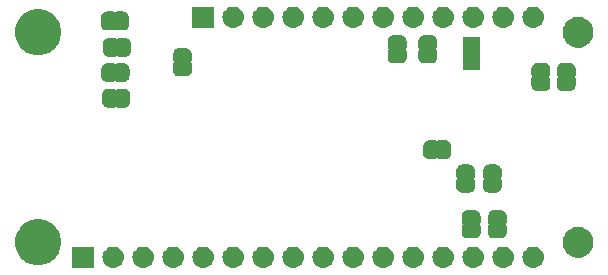
<source format=gbr>
G04 #@! TF.GenerationSoftware,KiCad,Pcbnew,(5.1.4)-1*
G04 #@! TF.CreationDate,2020-03-06T18:24:47-05:00*
G04 #@! TF.ProjectId,Feather-NEO-M9N-GPS,46656174-6865-4722-9d4e-454f2d4d394e,rev?*
G04 #@! TF.SameCoordinates,Original*
G04 #@! TF.FileFunction,Soldermask,Bot*
G04 #@! TF.FilePolarity,Negative*
%FSLAX46Y46*%
G04 Gerber Fmt 4.6, Leading zero omitted, Abs format (unit mm)*
G04 Created by KiCad (PCBNEW (5.1.4)-1) date 2020-03-06 18:24:47*
%MOMM*%
%LPD*%
G04 APERTURE LIST*
%ADD10C,0.100000*%
G04 APERTURE END LIST*
D10*
G36*
X167741600Y-78143100D02*
G01*
X167741600Y-79540100D01*
X167995600Y-79540100D01*
X167995600Y-78143100D01*
X167741600Y-78143100D01*
G37*
G36*
X157958743Y-95193719D02*
G01*
X158024927Y-95200237D01*
X158194766Y-95251757D01*
X158351291Y-95335422D01*
X158387029Y-95364752D01*
X158488486Y-95448014D01*
X158571748Y-95549471D01*
X158601078Y-95585209D01*
X158684743Y-95741734D01*
X158736263Y-95911573D01*
X158753659Y-96088200D01*
X158736263Y-96264827D01*
X158684743Y-96434666D01*
X158601078Y-96591191D01*
X158571748Y-96626929D01*
X158488486Y-96728386D01*
X158387029Y-96811648D01*
X158351291Y-96840978D01*
X158194766Y-96924643D01*
X158024927Y-96976163D01*
X157958743Y-96982681D01*
X157892560Y-96989200D01*
X157804040Y-96989200D01*
X157737857Y-96982681D01*
X157671673Y-96976163D01*
X157501834Y-96924643D01*
X157345309Y-96840978D01*
X157309571Y-96811648D01*
X157208114Y-96728386D01*
X157124852Y-96626929D01*
X157095522Y-96591191D01*
X157011857Y-96434666D01*
X156960337Y-96264827D01*
X156942941Y-96088200D01*
X156960337Y-95911573D01*
X157011857Y-95741734D01*
X157095522Y-95585209D01*
X157124852Y-95549471D01*
X157208114Y-95448014D01*
X157309571Y-95364752D01*
X157345309Y-95335422D01*
X157501834Y-95251757D01*
X157671673Y-95200237D01*
X157737857Y-95193719D01*
X157804040Y-95187200D01*
X157892560Y-95187200D01*
X157958743Y-95193719D01*
X157958743Y-95193719D01*
G37*
G36*
X142718743Y-95193719D02*
G01*
X142784927Y-95200237D01*
X142954766Y-95251757D01*
X143111291Y-95335422D01*
X143147029Y-95364752D01*
X143248486Y-95448014D01*
X143331748Y-95549471D01*
X143361078Y-95585209D01*
X143444743Y-95741734D01*
X143496263Y-95911573D01*
X143513659Y-96088200D01*
X143496263Y-96264827D01*
X143444743Y-96434666D01*
X143361078Y-96591191D01*
X143331748Y-96626929D01*
X143248486Y-96728386D01*
X143147029Y-96811648D01*
X143111291Y-96840978D01*
X142954766Y-96924643D01*
X142784927Y-96976163D01*
X142718743Y-96982681D01*
X142652560Y-96989200D01*
X142564040Y-96989200D01*
X142497857Y-96982681D01*
X142431673Y-96976163D01*
X142261834Y-96924643D01*
X142105309Y-96840978D01*
X142069571Y-96811648D01*
X141968114Y-96728386D01*
X141884852Y-96626929D01*
X141855522Y-96591191D01*
X141771857Y-96434666D01*
X141720337Y-96264827D01*
X141702941Y-96088200D01*
X141720337Y-95911573D01*
X141771857Y-95741734D01*
X141855522Y-95585209D01*
X141884852Y-95549471D01*
X141968114Y-95448014D01*
X142069571Y-95364752D01*
X142105309Y-95335422D01*
X142261834Y-95251757D01*
X142431673Y-95200237D01*
X142497857Y-95193719D01*
X142564040Y-95187200D01*
X142652560Y-95187200D01*
X142718743Y-95193719D01*
X142718743Y-95193719D01*
G37*
G36*
X160498743Y-95193719D02*
G01*
X160564927Y-95200237D01*
X160734766Y-95251757D01*
X160891291Y-95335422D01*
X160927029Y-95364752D01*
X161028486Y-95448014D01*
X161111748Y-95549471D01*
X161141078Y-95585209D01*
X161224743Y-95741734D01*
X161276263Y-95911573D01*
X161293659Y-96088200D01*
X161276263Y-96264827D01*
X161224743Y-96434666D01*
X161141078Y-96591191D01*
X161111748Y-96626929D01*
X161028486Y-96728386D01*
X160927029Y-96811648D01*
X160891291Y-96840978D01*
X160734766Y-96924643D01*
X160564927Y-96976163D01*
X160498743Y-96982681D01*
X160432560Y-96989200D01*
X160344040Y-96989200D01*
X160277857Y-96982681D01*
X160211673Y-96976163D01*
X160041834Y-96924643D01*
X159885309Y-96840978D01*
X159849571Y-96811648D01*
X159748114Y-96728386D01*
X159664852Y-96626929D01*
X159635522Y-96591191D01*
X159551857Y-96434666D01*
X159500337Y-96264827D01*
X159482941Y-96088200D01*
X159500337Y-95911573D01*
X159551857Y-95741734D01*
X159635522Y-95585209D01*
X159664852Y-95549471D01*
X159748114Y-95448014D01*
X159849571Y-95364752D01*
X159885309Y-95335422D01*
X160041834Y-95251757D01*
X160211673Y-95200237D01*
X160277857Y-95193719D01*
X160344040Y-95187200D01*
X160432560Y-95187200D01*
X160498743Y-95193719D01*
X160498743Y-95193719D01*
G37*
G36*
X155418743Y-95193719D02*
G01*
X155484927Y-95200237D01*
X155654766Y-95251757D01*
X155811291Y-95335422D01*
X155847029Y-95364752D01*
X155948486Y-95448014D01*
X156031748Y-95549471D01*
X156061078Y-95585209D01*
X156144743Y-95741734D01*
X156196263Y-95911573D01*
X156213659Y-96088200D01*
X156196263Y-96264827D01*
X156144743Y-96434666D01*
X156061078Y-96591191D01*
X156031748Y-96626929D01*
X155948486Y-96728386D01*
X155847029Y-96811648D01*
X155811291Y-96840978D01*
X155654766Y-96924643D01*
X155484927Y-96976163D01*
X155418743Y-96982681D01*
X155352560Y-96989200D01*
X155264040Y-96989200D01*
X155197857Y-96982681D01*
X155131673Y-96976163D01*
X154961834Y-96924643D01*
X154805309Y-96840978D01*
X154769571Y-96811648D01*
X154668114Y-96728386D01*
X154584852Y-96626929D01*
X154555522Y-96591191D01*
X154471857Y-96434666D01*
X154420337Y-96264827D01*
X154402941Y-96088200D01*
X154420337Y-95911573D01*
X154471857Y-95741734D01*
X154555522Y-95585209D01*
X154584852Y-95549471D01*
X154668114Y-95448014D01*
X154769571Y-95364752D01*
X154805309Y-95335422D01*
X154961834Y-95251757D01*
X155131673Y-95200237D01*
X155197857Y-95193719D01*
X155264040Y-95187200D01*
X155352560Y-95187200D01*
X155418743Y-95193719D01*
X155418743Y-95193719D01*
G37*
G36*
X152878743Y-95193719D02*
G01*
X152944927Y-95200237D01*
X153114766Y-95251757D01*
X153271291Y-95335422D01*
X153307029Y-95364752D01*
X153408486Y-95448014D01*
X153491748Y-95549471D01*
X153521078Y-95585209D01*
X153604743Y-95741734D01*
X153656263Y-95911573D01*
X153673659Y-96088200D01*
X153656263Y-96264827D01*
X153604743Y-96434666D01*
X153521078Y-96591191D01*
X153491748Y-96626929D01*
X153408486Y-96728386D01*
X153307029Y-96811648D01*
X153271291Y-96840978D01*
X153114766Y-96924643D01*
X152944927Y-96976163D01*
X152878743Y-96982681D01*
X152812560Y-96989200D01*
X152724040Y-96989200D01*
X152657857Y-96982681D01*
X152591673Y-96976163D01*
X152421834Y-96924643D01*
X152265309Y-96840978D01*
X152229571Y-96811648D01*
X152128114Y-96728386D01*
X152044852Y-96626929D01*
X152015522Y-96591191D01*
X151931857Y-96434666D01*
X151880337Y-96264827D01*
X151862941Y-96088200D01*
X151880337Y-95911573D01*
X151931857Y-95741734D01*
X152015522Y-95585209D01*
X152044852Y-95549471D01*
X152128114Y-95448014D01*
X152229571Y-95364752D01*
X152265309Y-95335422D01*
X152421834Y-95251757D01*
X152591673Y-95200237D01*
X152657857Y-95193719D01*
X152724040Y-95187200D01*
X152812560Y-95187200D01*
X152878743Y-95193719D01*
X152878743Y-95193719D01*
G37*
G36*
X150338743Y-95193719D02*
G01*
X150404927Y-95200237D01*
X150574766Y-95251757D01*
X150731291Y-95335422D01*
X150767029Y-95364752D01*
X150868486Y-95448014D01*
X150951748Y-95549471D01*
X150981078Y-95585209D01*
X151064743Y-95741734D01*
X151116263Y-95911573D01*
X151133659Y-96088200D01*
X151116263Y-96264827D01*
X151064743Y-96434666D01*
X150981078Y-96591191D01*
X150951748Y-96626929D01*
X150868486Y-96728386D01*
X150767029Y-96811648D01*
X150731291Y-96840978D01*
X150574766Y-96924643D01*
X150404927Y-96976163D01*
X150338743Y-96982681D01*
X150272560Y-96989200D01*
X150184040Y-96989200D01*
X150117857Y-96982681D01*
X150051673Y-96976163D01*
X149881834Y-96924643D01*
X149725309Y-96840978D01*
X149689571Y-96811648D01*
X149588114Y-96728386D01*
X149504852Y-96626929D01*
X149475522Y-96591191D01*
X149391857Y-96434666D01*
X149340337Y-96264827D01*
X149322941Y-96088200D01*
X149340337Y-95911573D01*
X149391857Y-95741734D01*
X149475522Y-95585209D01*
X149504852Y-95549471D01*
X149588114Y-95448014D01*
X149689571Y-95364752D01*
X149725309Y-95335422D01*
X149881834Y-95251757D01*
X150051673Y-95200237D01*
X150117857Y-95193719D01*
X150184040Y-95187200D01*
X150272560Y-95187200D01*
X150338743Y-95193719D01*
X150338743Y-95193719D01*
G37*
G36*
X147798743Y-95193719D02*
G01*
X147864927Y-95200237D01*
X148034766Y-95251757D01*
X148191291Y-95335422D01*
X148227029Y-95364752D01*
X148328486Y-95448014D01*
X148411748Y-95549471D01*
X148441078Y-95585209D01*
X148524743Y-95741734D01*
X148576263Y-95911573D01*
X148593659Y-96088200D01*
X148576263Y-96264827D01*
X148524743Y-96434666D01*
X148441078Y-96591191D01*
X148411748Y-96626929D01*
X148328486Y-96728386D01*
X148227029Y-96811648D01*
X148191291Y-96840978D01*
X148034766Y-96924643D01*
X147864927Y-96976163D01*
X147798743Y-96982681D01*
X147732560Y-96989200D01*
X147644040Y-96989200D01*
X147577857Y-96982681D01*
X147511673Y-96976163D01*
X147341834Y-96924643D01*
X147185309Y-96840978D01*
X147149571Y-96811648D01*
X147048114Y-96728386D01*
X146964852Y-96626929D01*
X146935522Y-96591191D01*
X146851857Y-96434666D01*
X146800337Y-96264827D01*
X146782941Y-96088200D01*
X146800337Y-95911573D01*
X146851857Y-95741734D01*
X146935522Y-95585209D01*
X146964852Y-95549471D01*
X147048114Y-95448014D01*
X147149571Y-95364752D01*
X147185309Y-95335422D01*
X147341834Y-95251757D01*
X147511673Y-95200237D01*
X147577857Y-95193719D01*
X147644040Y-95187200D01*
X147732560Y-95187200D01*
X147798743Y-95193719D01*
X147798743Y-95193719D01*
G37*
G36*
X145258743Y-95193719D02*
G01*
X145324927Y-95200237D01*
X145494766Y-95251757D01*
X145651291Y-95335422D01*
X145687029Y-95364752D01*
X145788486Y-95448014D01*
X145871748Y-95549471D01*
X145901078Y-95585209D01*
X145984743Y-95741734D01*
X146036263Y-95911573D01*
X146053659Y-96088200D01*
X146036263Y-96264827D01*
X145984743Y-96434666D01*
X145901078Y-96591191D01*
X145871748Y-96626929D01*
X145788486Y-96728386D01*
X145687029Y-96811648D01*
X145651291Y-96840978D01*
X145494766Y-96924643D01*
X145324927Y-96976163D01*
X145258743Y-96982681D01*
X145192560Y-96989200D01*
X145104040Y-96989200D01*
X145037857Y-96982681D01*
X144971673Y-96976163D01*
X144801834Y-96924643D01*
X144645309Y-96840978D01*
X144609571Y-96811648D01*
X144508114Y-96728386D01*
X144424852Y-96626929D01*
X144395522Y-96591191D01*
X144311857Y-96434666D01*
X144260337Y-96264827D01*
X144242941Y-96088200D01*
X144260337Y-95911573D01*
X144311857Y-95741734D01*
X144395522Y-95585209D01*
X144424852Y-95549471D01*
X144508114Y-95448014D01*
X144609571Y-95364752D01*
X144645309Y-95335422D01*
X144801834Y-95251757D01*
X144971673Y-95200237D01*
X145037857Y-95193719D01*
X145104040Y-95187200D01*
X145192560Y-95187200D01*
X145258743Y-95193719D01*
X145258743Y-95193719D01*
G37*
G36*
X137638743Y-95193719D02*
G01*
X137704927Y-95200237D01*
X137874766Y-95251757D01*
X138031291Y-95335422D01*
X138067029Y-95364752D01*
X138168486Y-95448014D01*
X138251748Y-95549471D01*
X138281078Y-95585209D01*
X138364743Y-95741734D01*
X138416263Y-95911573D01*
X138433659Y-96088200D01*
X138416263Y-96264827D01*
X138364743Y-96434666D01*
X138281078Y-96591191D01*
X138251748Y-96626929D01*
X138168486Y-96728386D01*
X138067029Y-96811648D01*
X138031291Y-96840978D01*
X137874766Y-96924643D01*
X137704927Y-96976163D01*
X137638743Y-96982681D01*
X137572560Y-96989200D01*
X137484040Y-96989200D01*
X137417857Y-96982681D01*
X137351673Y-96976163D01*
X137181834Y-96924643D01*
X137025309Y-96840978D01*
X136989571Y-96811648D01*
X136888114Y-96728386D01*
X136804852Y-96626929D01*
X136775522Y-96591191D01*
X136691857Y-96434666D01*
X136640337Y-96264827D01*
X136622941Y-96088200D01*
X136640337Y-95911573D01*
X136691857Y-95741734D01*
X136775522Y-95585209D01*
X136804852Y-95549471D01*
X136888114Y-95448014D01*
X136989571Y-95364752D01*
X137025309Y-95335422D01*
X137181834Y-95251757D01*
X137351673Y-95200237D01*
X137417857Y-95193719D01*
X137484040Y-95187200D01*
X137572560Y-95187200D01*
X137638743Y-95193719D01*
X137638743Y-95193719D01*
G37*
G36*
X173198743Y-95193719D02*
G01*
X173264927Y-95200237D01*
X173434766Y-95251757D01*
X173591291Y-95335422D01*
X173627029Y-95364752D01*
X173728486Y-95448014D01*
X173811748Y-95549471D01*
X173841078Y-95585209D01*
X173924743Y-95741734D01*
X173976263Y-95911573D01*
X173993659Y-96088200D01*
X173976263Y-96264827D01*
X173924743Y-96434666D01*
X173841078Y-96591191D01*
X173811748Y-96626929D01*
X173728486Y-96728386D01*
X173627029Y-96811648D01*
X173591291Y-96840978D01*
X173434766Y-96924643D01*
X173264927Y-96976163D01*
X173198743Y-96982681D01*
X173132560Y-96989200D01*
X173044040Y-96989200D01*
X172977857Y-96982681D01*
X172911673Y-96976163D01*
X172741834Y-96924643D01*
X172585309Y-96840978D01*
X172549571Y-96811648D01*
X172448114Y-96728386D01*
X172364852Y-96626929D01*
X172335522Y-96591191D01*
X172251857Y-96434666D01*
X172200337Y-96264827D01*
X172182941Y-96088200D01*
X172200337Y-95911573D01*
X172251857Y-95741734D01*
X172335522Y-95585209D01*
X172364852Y-95549471D01*
X172448114Y-95448014D01*
X172549571Y-95364752D01*
X172585309Y-95335422D01*
X172741834Y-95251757D01*
X172911673Y-95200237D01*
X172977857Y-95193719D01*
X173044040Y-95187200D01*
X173132560Y-95187200D01*
X173198743Y-95193719D01*
X173198743Y-95193719D01*
G37*
G36*
X170658743Y-95193719D02*
G01*
X170724927Y-95200237D01*
X170894766Y-95251757D01*
X171051291Y-95335422D01*
X171087029Y-95364752D01*
X171188486Y-95448014D01*
X171271748Y-95549471D01*
X171301078Y-95585209D01*
X171384743Y-95741734D01*
X171436263Y-95911573D01*
X171453659Y-96088200D01*
X171436263Y-96264827D01*
X171384743Y-96434666D01*
X171301078Y-96591191D01*
X171271748Y-96626929D01*
X171188486Y-96728386D01*
X171087029Y-96811648D01*
X171051291Y-96840978D01*
X170894766Y-96924643D01*
X170724927Y-96976163D01*
X170658743Y-96982681D01*
X170592560Y-96989200D01*
X170504040Y-96989200D01*
X170437857Y-96982681D01*
X170371673Y-96976163D01*
X170201834Y-96924643D01*
X170045309Y-96840978D01*
X170009571Y-96811648D01*
X169908114Y-96728386D01*
X169824852Y-96626929D01*
X169795522Y-96591191D01*
X169711857Y-96434666D01*
X169660337Y-96264827D01*
X169642941Y-96088200D01*
X169660337Y-95911573D01*
X169711857Y-95741734D01*
X169795522Y-95585209D01*
X169824852Y-95549471D01*
X169908114Y-95448014D01*
X170009571Y-95364752D01*
X170045309Y-95335422D01*
X170201834Y-95251757D01*
X170371673Y-95200237D01*
X170437857Y-95193719D01*
X170504040Y-95187200D01*
X170592560Y-95187200D01*
X170658743Y-95193719D01*
X170658743Y-95193719D01*
G37*
G36*
X168118743Y-95193719D02*
G01*
X168184927Y-95200237D01*
X168354766Y-95251757D01*
X168511291Y-95335422D01*
X168547029Y-95364752D01*
X168648486Y-95448014D01*
X168731748Y-95549471D01*
X168761078Y-95585209D01*
X168844743Y-95741734D01*
X168896263Y-95911573D01*
X168913659Y-96088200D01*
X168896263Y-96264827D01*
X168844743Y-96434666D01*
X168761078Y-96591191D01*
X168731748Y-96626929D01*
X168648486Y-96728386D01*
X168547029Y-96811648D01*
X168511291Y-96840978D01*
X168354766Y-96924643D01*
X168184927Y-96976163D01*
X168118743Y-96982681D01*
X168052560Y-96989200D01*
X167964040Y-96989200D01*
X167897857Y-96982681D01*
X167831673Y-96976163D01*
X167661834Y-96924643D01*
X167505309Y-96840978D01*
X167469571Y-96811648D01*
X167368114Y-96728386D01*
X167284852Y-96626929D01*
X167255522Y-96591191D01*
X167171857Y-96434666D01*
X167120337Y-96264827D01*
X167102941Y-96088200D01*
X167120337Y-95911573D01*
X167171857Y-95741734D01*
X167255522Y-95585209D01*
X167284852Y-95549471D01*
X167368114Y-95448014D01*
X167469571Y-95364752D01*
X167505309Y-95335422D01*
X167661834Y-95251757D01*
X167831673Y-95200237D01*
X167897857Y-95193719D01*
X167964040Y-95187200D01*
X168052560Y-95187200D01*
X168118743Y-95193719D01*
X168118743Y-95193719D01*
G37*
G36*
X163038743Y-95193719D02*
G01*
X163104927Y-95200237D01*
X163274766Y-95251757D01*
X163431291Y-95335422D01*
X163467029Y-95364752D01*
X163568486Y-95448014D01*
X163651748Y-95549471D01*
X163681078Y-95585209D01*
X163764743Y-95741734D01*
X163816263Y-95911573D01*
X163833659Y-96088200D01*
X163816263Y-96264827D01*
X163764743Y-96434666D01*
X163681078Y-96591191D01*
X163651748Y-96626929D01*
X163568486Y-96728386D01*
X163467029Y-96811648D01*
X163431291Y-96840978D01*
X163274766Y-96924643D01*
X163104927Y-96976163D01*
X163038743Y-96982681D01*
X162972560Y-96989200D01*
X162884040Y-96989200D01*
X162817857Y-96982681D01*
X162751673Y-96976163D01*
X162581834Y-96924643D01*
X162425309Y-96840978D01*
X162389571Y-96811648D01*
X162288114Y-96728386D01*
X162204852Y-96626929D01*
X162175522Y-96591191D01*
X162091857Y-96434666D01*
X162040337Y-96264827D01*
X162022941Y-96088200D01*
X162040337Y-95911573D01*
X162091857Y-95741734D01*
X162175522Y-95585209D01*
X162204852Y-95549471D01*
X162288114Y-95448014D01*
X162389571Y-95364752D01*
X162425309Y-95335422D01*
X162581834Y-95251757D01*
X162751673Y-95200237D01*
X162817857Y-95193719D01*
X162884040Y-95187200D01*
X162972560Y-95187200D01*
X163038743Y-95193719D01*
X163038743Y-95193719D01*
G37*
G36*
X140178743Y-95193719D02*
G01*
X140244927Y-95200237D01*
X140414766Y-95251757D01*
X140571291Y-95335422D01*
X140607029Y-95364752D01*
X140708486Y-95448014D01*
X140791748Y-95549471D01*
X140821078Y-95585209D01*
X140904743Y-95741734D01*
X140956263Y-95911573D01*
X140973659Y-96088200D01*
X140956263Y-96264827D01*
X140904743Y-96434666D01*
X140821078Y-96591191D01*
X140791748Y-96626929D01*
X140708486Y-96728386D01*
X140607029Y-96811648D01*
X140571291Y-96840978D01*
X140414766Y-96924643D01*
X140244927Y-96976163D01*
X140178743Y-96982681D01*
X140112560Y-96989200D01*
X140024040Y-96989200D01*
X139957857Y-96982681D01*
X139891673Y-96976163D01*
X139721834Y-96924643D01*
X139565309Y-96840978D01*
X139529571Y-96811648D01*
X139428114Y-96728386D01*
X139344852Y-96626929D01*
X139315522Y-96591191D01*
X139231857Y-96434666D01*
X139180337Y-96264827D01*
X139162941Y-96088200D01*
X139180337Y-95911573D01*
X139231857Y-95741734D01*
X139315522Y-95585209D01*
X139344852Y-95549471D01*
X139428114Y-95448014D01*
X139529571Y-95364752D01*
X139565309Y-95335422D01*
X139721834Y-95251757D01*
X139891673Y-95200237D01*
X139957857Y-95193719D01*
X140024040Y-95187200D01*
X140112560Y-95187200D01*
X140178743Y-95193719D01*
X140178743Y-95193719D01*
G37*
G36*
X135889300Y-96989200D02*
G01*
X134087300Y-96989200D01*
X134087300Y-95187200D01*
X135889300Y-95187200D01*
X135889300Y-96989200D01*
X135889300Y-96989200D01*
G37*
G36*
X165578743Y-95193719D02*
G01*
X165644927Y-95200237D01*
X165814766Y-95251757D01*
X165971291Y-95335422D01*
X166007029Y-95364752D01*
X166108486Y-95448014D01*
X166191748Y-95549471D01*
X166221078Y-95585209D01*
X166304743Y-95741734D01*
X166356263Y-95911573D01*
X166373659Y-96088200D01*
X166356263Y-96264827D01*
X166304743Y-96434666D01*
X166221078Y-96591191D01*
X166191748Y-96626929D01*
X166108486Y-96728386D01*
X166007029Y-96811648D01*
X165971291Y-96840978D01*
X165814766Y-96924643D01*
X165644927Y-96976163D01*
X165578743Y-96982681D01*
X165512560Y-96989200D01*
X165424040Y-96989200D01*
X165357857Y-96982681D01*
X165291673Y-96976163D01*
X165121834Y-96924643D01*
X164965309Y-96840978D01*
X164929571Y-96811648D01*
X164828114Y-96728386D01*
X164744852Y-96626929D01*
X164715522Y-96591191D01*
X164631857Y-96434666D01*
X164580337Y-96264827D01*
X164562941Y-96088200D01*
X164580337Y-95911573D01*
X164631857Y-95741734D01*
X164715522Y-95585209D01*
X164744852Y-95549471D01*
X164828114Y-95448014D01*
X164929571Y-95364752D01*
X164965309Y-95335422D01*
X165121834Y-95251757D01*
X165291673Y-95200237D01*
X165357857Y-95193719D01*
X165424040Y-95187200D01*
X165512560Y-95187200D01*
X165578743Y-95193719D01*
X165578743Y-95193719D01*
G37*
G36*
X131747385Y-92942175D02*
G01*
X132102443Y-93089245D01*
X132102445Y-93089246D01*
X132421990Y-93302759D01*
X132693741Y-93574510D01*
X132754384Y-93665269D01*
X132907255Y-93894057D01*
X133054325Y-94249115D01*
X133129300Y-94626042D01*
X133129300Y-95010358D01*
X133054325Y-95387285D01*
X132972342Y-95585209D01*
X132907254Y-95742345D01*
X132693741Y-96061890D01*
X132421990Y-96333641D01*
X132102445Y-96547154D01*
X132102444Y-96547155D01*
X132102443Y-96547155D01*
X131747385Y-96694225D01*
X131370458Y-96769200D01*
X130986142Y-96769200D01*
X130609215Y-96694225D01*
X130254157Y-96547155D01*
X130254156Y-96547155D01*
X130254155Y-96547154D01*
X129934610Y-96333641D01*
X129662859Y-96061890D01*
X129449346Y-95742345D01*
X129384258Y-95585209D01*
X129302275Y-95387285D01*
X129227300Y-95010358D01*
X129227300Y-94626042D01*
X129302275Y-94249115D01*
X129449345Y-93894057D01*
X129602216Y-93665269D01*
X129662859Y-93574510D01*
X129934610Y-93302759D01*
X130254155Y-93089246D01*
X130254157Y-93089245D01*
X130609215Y-92942175D01*
X130986142Y-92867200D01*
X131370458Y-92867200D01*
X131747385Y-92942175D01*
X131747385Y-92942175D01*
G37*
G36*
X177277787Y-93567196D02*
G01*
X177514553Y-93665268D01*
X177514555Y-93665269D01*
X177727639Y-93807647D01*
X177908853Y-93988861D01*
X177982673Y-94099340D01*
X178051232Y-94201947D01*
X178149304Y-94438713D01*
X178199300Y-94690061D01*
X178199300Y-94946339D01*
X178149304Y-95197687D01*
X178070769Y-95387286D01*
X178051231Y-95434455D01*
X177908853Y-95647539D01*
X177727639Y-95828753D01*
X177514555Y-95971131D01*
X177514554Y-95971132D01*
X177514553Y-95971132D01*
X177277787Y-96069204D01*
X177026439Y-96119200D01*
X176770161Y-96119200D01*
X176518813Y-96069204D01*
X176282047Y-95971132D01*
X176282046Y-95971132D01*
X176282045Y-95971131D01*
X176068961Y-95828753D01*
X175887747Y-95647539D01*
X175745369Y-95434455D01*
X175725831Y-95387286D01*
X175647296Y-95197687D01*
X175597300Y-94946339D01*
X175597300Y-94690061D01*
X175647296Y-94438713D01*
X175745368Y-94201947D01*
X175813928Y-94099340D01*
X175887747Y-93988861D01*
X176068961Y-93807647D01*
X176282045Y-93665269D01*
X176282047Y-93665268D01*
X176518813Y-93567196D01*
X176770161Y-93517200D01*
X177026439Y-93517200D01*
X177277787Y-93567196D01*
X177277787Y-93567196D01*
G37*
G36*
X170317739Y-92099234D02*
G01*
X170329990Y-92099836D01*
X170348409Y-92099836D01*
X170370689Y-92102030D01*
X170454773Y-92118756D01*
X170476200Y-92125256D01*
X170555398Y-92158060D01*
X170560843Y-92160971D01*
X170560849Y-92160973D01*
X170569709Y-92165709D01*
X170569713Y-92165712D01*
X170575154Y-92168620D01*
X170646439Y-92216251D01*
X170663744Y-92230452D01*
X170724368Y-92291076D01*
X170738569Y-92308381D01*
X170786200Y-92379666D01*
X170789108Y-92385107D01*
X170789111Y-92385111D01*
X170793847Y-92393971D01*
X170793849Y-92393977D01*
X170796760Y-92399422D01*
X170829564Y-92478620D01*
X170836064Y-92500047D01*
X170852790Y-92584131D01*
X170854984Y-92606411D01*
X170854984Y-92624830D01*
X170855586Y-92637081D01*
X170857392Y-92655419D01*
X170857392Y-93143140D01*
X170855803Y-93159279D01*
X170852888Y-93168888D01*
X170848150Y-93177752D01*
X170841777Y-93185517D01*
X170829334Y-93195728D01*
X170818965Y-93202658D01*
X170801638Y-93219985D01*
X170788025Y-93240360D01*
X170778649Y-93263000D01*
X170773869Y-93287033D01*
X170773870Y-93311537D01*
X170778652Y-93335570D01*
X170788030Y-93358209D01*
X170801645Y-93378582D01*
X170818972Y-93395909D01*
X170829342Y-93402838D01*
X170841777Y-93413043D01*
X170848150Y-93420808D01*
X170852888Y-93429672D01*
X170855803Y-93439281D01*
X170857392Y-93455420D01*
X170857392Y-93943142D01*
X170855586Y-93961479D01*
X170854984Y-93973730D01*
X170854984Y-93992149D01*
X170852790Y-94014429D01*
X170836064Y-94098513D01*
X170829564Y-94119940D01*
X170796760Y-94199138D01*
X170793849Y-94204583D01*
X170793847Y-94204589D01*
X170789111Y-94213449D01*
X170789108Y-94213453D01*
X170786200Y-94218894D01*
X170738569Y-94290179D01*
X170724368Y-94307484D01*
X170663744Y-94368108D01*
X170646439Y-94382309D01*
X170575154Y-94429940D01*
X170569713Y-94432848D01*
X170569709Y-94432851D01*
X170560849Y-94437587D01*
X170560843Y-94437589D01*
X170555398Y-94440500D01*
X170476200Y-94473304D01*
X170454773Y-94479804D01*
X170370689Y-94496530D01*
X170348409Y-94498724D01*
X170329990Y-94498724D01*
X170317739Y-94499326D01*
X170299402Y-94501132D01*
X169811678Y-94501132D01*
X169793341Y-94499326D01*
X169781090Y-94498724D01*
X169762671Y-94498724D01*
X169740391Y-94496530D01*
X169656307Y-94479804D01*
X169634880Y-94473304D01*
X169555682Y-94440500D01*
X169550237Y-94437589D01*
X169550231Y-94437587D01*
X169541371Y-94432851D01*
X169541367Y-94432848D01*
X169535926Y-94429940D01*
X169464641Y-94382309D01*
X169447336Y-94368108D01*
X169386712Y-94307484D01*
X169372511Y-94290179D01*
X169324880Y-94218894D01*
X169321972Y-94213453D01*
X169321969Y-94213449D01*
X169317233Y-94204589D01*
X169317231Y-94204583D01*
X169314320Y-94199138D01*
X169281516Y-94119940D01*
X169275016Y-94098513D01*
X169258290Y-94014429D01*
X169256096Y-93992149D01*
X169256096Y-93973730D01*
X169255494Y-93961479D01*
X169253688Y-93943142D01*
X169253688Y-93455420D01*
X169255277Y-93439281D01*
X169258192Y-93429672D01*
X169262930Y-93420808D01*
X169269303Y-93413043D01*
X169281746Y-93402832D01*
X169292115Y-93395902D01*
X169309442Y-93378575D01*
X169323055Y-93358200D01*
X169332431Y-93335560D01*
X169337211Y-93311527D01*
X169337210Y-93287023D01*
X169332428Y-93262990D01*
X169323050Y-93240351D01*
X169309435Y-93219978D01*
X169292108Y-93202651D01*
X169281738Y-93195722D01*
X169269303Y-93185517D01*
X169262930Y-93177752D01*
X169258192Y-93168888D01*
X169255277Y-93159279D01*
X169253688Y-93143140D01*
X169253688Y-92655419D01*
X169255494Y-92637081D01*
X169256096Y-92624830D01*
X169256096Y-92606411D01*
X169258290Y-92584131D01*
X169275016Y-92500047D01*
X169281516Y-92478620D01*
X169314320Y-92399422D01*
X169317231Y-92393977D01*
X169317233Y-92393971D01*
X169321969Y-92385111D01*
X169321972Y-92385107D01*
X169324880Y-92379666D01*
X169372511Y-92308381D01*
X169386712Y-92291076D01*
X169447336Y-92230452D01*
X169464641Y-92216251D01*
X169535926Y-92168620D01*
X169541367Y-92165712D01*
X169541371Y-92165709D01*
X169550231Y-92160973D01*
X169550237Y-92160971D01*
X169555682Y-92158060D01*
X169634880Y-92125256D01*
X169656307Y-92118756D01*
X169740391Y-92102030D01*
X169762671Y-92099836D01*
X169781090Y-92099836D01*
X169793341Y-92099234D01*
X169811679Y-92097428D01*
X170299401Y-92097428D01*
X170317739Y-92099234D01*
X170317739Y-92099234D01*
G37*
G36*
X168097779Y-92094154D02*
G01*
X168110030Y-92094756D01*
X168128449Y-92094756D01*
X168150729Y-92096950D01*
X168234813Y-92113676D01*
X168256240Y-92120176D01*
X168335438Y-92152980D01*
X168340883Y-92155891D01*
X168340889Y-92155893D01*
X168349749Y-92160629D01*
X168349753Y-92160632D01*
X168355194Y-92163540D01*
X168426479Y-92211171D01*
X168443784Y-92225372D01*
X168504408Y-92285996D01*
X168518609Y-92303301D01*
X168566240Y-92374586D01*
X168569148Y-92380027D01*
X168569151Y-92380031D01*
X168573887Y-92388891D01*
X168573889Y-92388897D01*
X168576800Y-92394342D01*
X168609604Y-92473540D01*
X168616104Y-92494967D01*
X168632830Y-92579051D01*
X168635024Y-92601331D01*
X168635024Y-92619750D01*
X168635626Y-92632001D01*
X168637432Y-92650339D01*
X168637432Y-93138060D01*
X168635843Y-93154199D01*
X168632928Y-93163808D01*
X168628190Y-93172672D01*
X168621817Y-93180437D01*
X168609374Y-93190648D01*
X168599005Y-93197578D01*
X168581678Y-93214905D01*
X168568065Y-93235280D01*
X168558689Y-93257920D01*
X168553909Y-93281953D01*
X168553910Y-93306457D01*
X168558692Y-93330490D01*
X168568070Y-93353129D01*
X168581685Y-93373502D01*
X168599012Y-93390829D01*
X168609382Y-93397758D01*
X168621817Y-93407963D01*
X168628190Y-93415728D01*
X168632928Y-93424592D01*
X168635843Y-93434201D01*
X168637432Y-93450340D01*
X168637432Y-93938062D01*
X168635626Y-93956399D01*
X168635024Y-93968650D01*
X168635024Y-93987069D01*
X168632830Y-94009349D01*
X168616104Y-94093433D01*
X168609604Y-94114860D01*
X168576800Y-94194058D01*
X168573889Y-94199503D01*
X168573887Y-94199509D01*
X168569151Y-94208369D01*
X168569148Y-94208373D01*
X168566240Y-94213814D01*
X168518609Y-94285099D01*
X168504408Y-94302404D01*
X168443784Y-94363028D01*
X168426479Y-94377229D01*
X168355194Y-94424860D01*
X168349753Y-94427768D01*
X168349749Y-94427771D01*
X168340889Y-94432507D01*
X168340883Y-94432509D01*
X168335438Y-94435420D01*
X168256240Y-94468224D01*
X168234813Y-94474724D01*
X168150729Y-94491450D01*
X168128449Y-94493644D01*
X168110030Y-94493644D01*
X168097779Y-94494246D01*
X168079442Y-94496052D01*
X167591718Y-94496052D01*
X167573381Y-94494246D01*
X167561130Y-94493644D01*
X167542711Y-94493644D01*
X167520431Y-94491450D01*
X167436347Y-94474724D01*
X167414920Y-94468224D01*
X167335722Y-94435420D01*
X167330277Y-94432509D01*
X167330271Y-94432507D01*
X167321411Y-94427771D01*
X167321407Y-94427768D01*
X167315966Y-94424860D01*
X167244681Y-94377229D01*
X167227376Y-94363028D01*
X167166752Y-94302404D01*
X167152551Y-94285099D01*
X167104920Y-94213814D01*
X167102012Y-94208373D01*
X167102009Y-94208369D01*
X167097273Y-94199509D01*
X167097271Y-94199503D01*
X167094360Y-94194058D01*
X167061556Y-94114860D01*
X167055056Y-94093433D01*
X167038330Y-94009349D01*
X167036136Y-93987069D01*
X167036136Y-93968650D01*
X167035534Y-93956399D01*
X167033728Y-93938062D01*
X167033728Y-93450340D01*
X167035317Y-93434201D01*
X167038232Y-93424592D01*
X167042970Y-93415728D01*
X167049343Y-93407963D01*
X167061786Y-93397752D01*
X167072155Y-93390822D01*
X167089482Y-93373495D01*
X167103095Y-93353120D01*
X167112471Y-93330480D01*
X167117251Y-93306447D01*
X167117250Y-93281943D01*
X167112468Y-93257910D01*
X167103090Y-93235271D01*
X167089475Y-93214898D01*
X167072148Y-93197571D01*
X167061778Y-93190642D01*
X167049343Y-93180437D01*
X167042970Y-93172672D01*
X167038232Y-93163808D01*
X167035317Y-93154199D01*
X167033728Y-93138060D01*
X167033728Y-92650339D01*
X167035534Y-92632001D01*
X167036136Y-92619750D01*
X167036136Y-92601331D01*
X167038330Y-92579051D01*
X167055056Y-92494967D01*
X167061556Y-92473540D01*
X167094360Y-92394342D01*
X167097271Y-92388897D01*
X167097273Y-92388891D01*
X167102009Y-92380031D01*
X167102012Y-92380027D01*
X167104920Y-92374586D01*
X167152551Y-92303301D01*
X167166752Y-92285996D01*
X167227376Y-92225372D01*
X167244681Y-92211171D01*
X167315966Y-92163540D01*
X167321407Y-92160632D01*
X167321411Y-92160629D01*
X167330271Y-92155893D01*
X167330277Y-92155891D01*
X167335722Y-92152980D01*
X167414920Y-92120176D01*
X167436347Y-92113676D01*
X167520431Y-92096950D01*
X167542711Y-92094756D01*
X167561130Y-92094756D01*
X167573381Y-92094154D01*
X167591719Y-92092348D01*
X168079441Y-92092348D01*
X168097779Y-92094154D01*
X168097779Y-92094154D01*
G37*
G36*
X167635499Y-88220654D02*
G01*
X167647750Y-88221256D01*
X167666169Y-88221256D01*
X167688449Y-88223450D01*
X167772533Y-88240176D01*
X167793960Y-88246676D01*
X167873158Y-88279480D01*
X167878603Y-88282391D01*
X167878609Y-88282393D01*
X167887469Y-88287129D01*
X167887473Y-88287132D01*
X167892914Y-88290040D01*
X167964199Y-88337671D01*
X167981504Y-88351872D01*
X168042128Y-88412496D01*
X168056329Y-88429801D01*
X168103960Y-88501086D01*
X168106868Y-88506527D01*
X168106871Y-88506531D01*
X168111607Y-88515391D01*
X168111609Y-88515397D01*
X168114520Y-88520842D01*
X168147324Y-88600040D01*
X168153824Y-88621467D01*
X168170550Y-88705551D01*
X168172744Y-88727831D01*
X168172744Y-88746250D01*
X168173346Y-88758501D01*
X168175152Y-88776839D01*
X168175152Y-89264560D01*
X168173563Y-89280699D01*
X168170648Y-89290308D01*
X168165910Y-89299172D01*
X168159537Y-89306937D01*
X168147094Y-89317148D01*
X168136725Y-89324078D01*
X168119398Y-89341405D01*
X168105785Y-89361780D01*
X168096409Y-89384420D01*
X168091629Y-89408453D01*
X168091630Y-89432957D01*
X168096412Y-89456990D01*
X168105790Y-89479629D01*
X168119405Y-89500002D01*
X168136732Y-89517329D01*
X168147102Y-89524258D01*
X168159537Y-89534463D01*
X168165910Y-89542228D01*
X168170648Y-89551092D01*
X168173563Y-89560701D01*
X168175152Y-89576840D01*
X168175152Y-90064562D01*
X168173346Y-90082899D01*
X168172744Y-90095150D01*
X168172744Y-90113569D01*
X168170550Y-90135849D01*
X168153824Y-90219933D01*
X168147324Y-90241360D01*
X168114520Y-90320558D01*
X168111609Y-90326003D01*
X168111607Y-90326009D01*
X168106871Y-90334869D01*
X168106868Y-90334873D01*
X168103960Y-90340314D01*
X168056329Y-90411599D01*
X168042128Y-90428904D01*
X167981504Y-90489528D01*
X167964199Y-90503729D01*
X167892914Y-90551360D01*
X167887473Y-90554268D01*
X167887469Y-90554271D01*
X167878609Y-90559007D01*
X167878603Y-90559009D01*
X167873158Y-90561920D01*
X167793960Y-90594724D01*
X167772533Y-90601224D01*
X167688449Y-90617950D01*
X167666169Y-90620144D01*
X167647750Y-90620144D01*
X167635499Y-90620746D01*
X167617162Y-90622552D01*
X167129438Y-90622552D01*
X167111101Y-90620746D01*
X167098850Y-90620144D01*
X167080431Y-90620144D01*
X167058151Y-90617950D01*
X166974067Y-90601224D01*
X166952640Y-90594724D01*
X166873442Y-90561920D01*
X166867997Y-90559009D01*
X166867991Y-90559007D01*
X166859131Y-90554271D01*
X166859127Y-90554268D01*
X166853686Y-90551360D01*
X166782401Y-90503729D01*
X166765096Y-90489528D01*
X166704472Y-90428904D01*
X166690271Y-90411599D01*
X166642640Y-90340314D01*
X166639732Y-90334873D01*
X166639729Y-90334869D01*
X166634993Y-90326009D01*
X166634991Y-90326003D01*
X166632080Y-90320558D01*
X166599276Y-90241360D01*
X166592776Y-90219933D01*
X166576050Y-90135849D01*
X166573856Y-90113569D01*
X166573856Y-90095150D01*
X166573254Y-90082899D01*
X166571448Y-90064562D01*
X166571448Y-89576840D01*
X166573037Y-89560701D01*
X166575952Y-89551092D01*
X166580690Y-89542228D01*
X166587063Y-89534463D01*
X166599506Y-89524252D01*
X166609875Y-89517322D01*
X166627202Y-89499995D01*
X166640815Y-89479620D01*
X166650191Y-89456980D01*
X166654971Y-89432947D01*
X166654970Y-89408443D01*
X166650188Y-89384410D01*
X166640810Y-89361771D01*
X166627195Y-89341398D01*
X166609868Y-89324071D01*
X166599498Y-89317142D01*
X166587063Y-89306937D01*
X166580690Y-89299172D01*
X166575952Y-89290308D01*
X166573037Y-89280699D01*
X166571448Y-89264560D01*
X166571448Y-88776839D01*
X166573254Y-88758501D01*
X166573856Y-88746250D01*
X166573856Y-88727831D01*
X166576050Y-88705551D01*
X166592776Y-88621467D01*
X166599276Y-88600040D01*
X166632080Y-88520842D01*
X166634991Y-88515397D01*
X166634993Y-88515391D01*
X166639729Y-88506531D01*
X166639732Y-88506527D01*
X166642640Y-88501086D01*
X166690271Y-88429801D01*
X166704472Y-88412496D01*
X166765096Y-88351872D01*
X166782401Y-88337671D01*
X166853686Y-88290040D01*
X166859127Y-88287132D01*
X166859131Y-88287129D01*
X166867991Y-88282393D01*
X166867997Y-88282391D01*
X166873442Y-88279480D01*
X166952640Y-88246676D01*
X166974067Y-88240176D01*
X167058151Y-88223450D01*
X167080431Y-88221256D01*
X167098850Y-88221256D01*
X167111101Y-88220654D01*
X167129439Y-88218848D01*
X167617161Y-88218848D01*
X167635499Y-88220654D01*
X167635499Y-88220654D01*
G37*
G36*
X169896099Y-88220654D02*
G01*
X169908350Y-88221256D01*
X169926769Y-88221256D01*
X169949049Y-88223450D01*
X170033133Y-88240176D01*
X170054560Y-88246676D01*
X170133758Y-88279480D01*
X170139203Y-88282391D01*
X170139209Y-88282393D01*
X170148069Y-88287129D01*
X170148073Y-88287132D01*
X170153514Y-88290040D01*
X170224799Y-88337671D01*
X170242104Y-88351872D01*
X170302728Y-88412496D01*
X170316929Y-88429801D01*
X170364560Y-88501086D01*
X170367468Y-88506527D01*
X170367471Y-88506531D01*
X170372207Y-88515391D01*
X170372209Y-88515397D01*
X170375120Y-88520842D01*
X170407924Y-88600040D01*
X170414424Y-88621467D01*
X170431150Y-88705551D01*
X170433344Y-88727831D01*
X170433344Y-88746250D01*
X170433946Y-88758501D01*
X170435752Y-88776839D01*
X170435752Y-89264560D01*
X170434163Y-89280699D01*
X170431248Y-89290308D01*
X170426510Y-89299172D01*
X170420137Y-89306937D01*
X170407694Y-89317148D01*
X170397325Y-89324078D01*
X170379998Y-89341405D01*
X170366385Y-89361780D01*
X170357009Y-89384420D01*
X170352229Y-89408453D01*
X170352230Y-89432957D01*
X170357012Y-89456990D01*
X170366390Y-89479629D01*
X170380005Y-89500002D01*
X170397332Y-89517329D01*
X170407702Y-89524258D01*
X170420137Y-89534463D01*
X170426510Y-89542228D01*
X170431248Y-89551092D01*
X170434163Y-89560701D01*
X170435752Y-89576840D01*
X170435752Y-90064562D01*
X170433946Y-90082899D01*
X170433344Y-90095150D01*
X170433344Y-90113569D01*
X170431150Y-90135849D01*
X170414424Y-90219933D01*
X170407924Y-90241360D01*
X170375120Y-90320558D01*
X170372209Y-90326003D01*
X170372207Y-90326009D01*
X170367471Y-90334869D01*
X170367468Y-90334873D01*
X170364560Y-90340314D01*
X170316929Y-90411599D01*
X170302728Y-90428904D01*
X170242104Y-90489528D01*
X170224799Y-90503729D01*
X170153514Y-90551360D01*
X170148073Y-90554268D01*
X170148069Y-90554271D01*
X170139209Y-90559007D01*
X170139203Y-90559009D01*
X170133758Y-90561920D01*
X170054560Y-90594724D01*
X170033133Y-90601224D01*
X169949049Y-90617950D01*
X169926769Y-90620144D01*
X169908350Y-90620144D01*
X169896099Y-90620746D01*
X169877762Y-90622552D01*
X169390038Y-90622552D01*
X169371701Y-90620746D01*
X169359450Y-90620144D01*
X169341031Y-90620144D01*
X169318751Y-90617950D01*
X169234667Y-90601224D01*
X169213240Y-90594724D01*
X169134042Y-90561920D01*
X169128597Y-90559009D01*
X169128591Y-90559007D01*
X169119731Y-90554271D01*
X169119727Y-90554268D01*
X169114286Y-90551360D01*
X169043001Y-90503729D01*
X169025696Y-90489528D01*
X168965072Y-90428904D01*
X168950871Y-90411599D01*
X168903240Y-90340314D01*
X168900332Y-90334873D01*
X168900329Y-90334869D01*
X168895593Y-90326009D01*
X168895591Y-90326003D01*
X168892680Y-90320558D01*
X168859876Y-90241360D01*
X168853376Y-90219933D01*
X168836650Y-90135849D01*
X168834456Y-90113569D01*
X168834456Y-90095150D01*
X168833854Y-90082899D01*
X168832048Y-90064562D01*
X168832048Y-89576840D01*
X168833637Y-89560701D01*
X168836552Y-89551092D01*
X168841290Y-89542228D01*
X168847663Y-89534463D01*
X168860106Y-89524252D01*
X168870475Y-89517322D01*
X168887802Y-89499995D01*
X168901415Y-89479620D01*
X168910791Y-89456980D01*
X168915571Y-89432947D01*
X168915570Y-89408443D01*
X168910788Y-89384410D01*
X168901410Y-89361771D01*
X168887795Y-89341398D01*
X168870468Y-89324071D01*
X168860098Y-89317142D01*
X168847663Y-89306937D01*
X168841290Y-89299172D01*
X168836552Y-89290308D01*
X168833637Y-89280699D01*
X168832048Y-89264560D01*
X168832048Y-88776839D01*
X168833854Y-88758501D01*
X168834456Y-88746250D01*
X168834456Y-88727831D01*
X168836650Y-88705551D01*
X168853376Y-88621467D01*
X168859876Y-88600040D01*
X168892680Y-88520842D01*
X168895591Y-88515397D01*
X168895593Y-88515391D01*
X168900329Y-88506531D01*
X168900332Y-88506527D01*
X168903240Y-88501086D01*
X168950871Y-88429801D01*
X168965072Y-88412496D01*
X169025696Y-88351872D01*
X169043001Y-88337671D01*
X169114286Y-88290040D01*
X169119727Y-88287132D01*
X169119731Y-88287129D01*
X169128591Y-88282393D01*
X169128597Y-88282391D01*
X169134042Y-88279480D01*
X169213240Y-88246676D01*
X169234667Y-88240176D01*
X169318751Y-88223450D01*
X169341031Y-88221256D01*
X169359450Y-88221256D01*
X169371701Y-88220654D01*
X169390039Y-88218848D01*
X169877761Y-88218848D01*
X169896099Y-88220654D01*
X169896099Y-88220654D01*
G37*
G36*
X164820299Y-86182037D02*
G01*
X164829908Y-86184952D01*
X164838772Y-86189690D01*
X164846537Y-86196063D01*
X164856748Y-86208506D01*
X164863678Y-86218875D01*
X164881005Y-86236202D01*
X164901380Y-86249815D01*
X164924020Y-86259191D01*
X164948053Y-86263971D01*
X164972557Y-86263970D01*
X164996590Y-86259188D01*
X165019229Y-86249810D01*
X165039602Y-86236195D01*
X165056929Y-86218868D01*
X165063858Y-86208498D01*
X165074063Y-86196063D01*
X165081828Y-86189690D01*
X165090692Y-86184952D01*
X165100301Y-86182037D01*
X165116440Y-86180448D01*
X165604161Y-86180448D01*
X165622499Y-86182254D01*
X165634750Y-86182856D01*
X165653169Y-86182856D01*
X165675449Y-86185050D01*
X165759533Y-86201776D01*
X165780960Y-86208276D01*
X165860158Y-86241080D01*
X165865603Y-86243991D01*
X165865609Y-86243993D01*
X165874469Y-86248729D01*
X165874473Y-86248732D01*
X165879914Y-86251640D01*
X165951199Y-86299271D01*
X165968504Y-86313472D01*
X166029128Y-86374096D01*
X166043329Y-86391401D01*
X166090960Y-86462686D01*
X166093868Y-86468127D01*
X166093871Y-86468131D01*
X166098607Y-86476991D01*
X166098609Y-86476997D01*
X166101520Y-86482442D01*
X166134324Y-86561640D01*
X166140824Y-86583067D01*
X166157550Y-86667151D01*
X166159744Y-86689431D01*
X166159744Y-86707850D01*
X166160346Y-86720101D01*
X166162152Y-86738439D01*
X166162152Y-87226162D01*
X166160346Y-87244499D01*
X166159744Y-87256750D01*
X166159744Y-87275169D01*
X166157550Y-87297449D01*
X166140824Y-87381533D01*
X166134324Y-87402960D01*
X166101520Y-87482158D01*
X166098609Y-87487603D01*
X166098607Y-87487609D01*
X166093871Y-87496469D01*
X166093868Y-87496473D01*
X166090960Y-87501914D01*
X166043329Y-87573199D01*
X166029128Y-87590504D01*
X165968504Y-87651128D01*
X165951199Y-87665329D01*
X165879914Y-87712960D01*
X165874473Y-87715868D01*
X165874469Y-87715871D01*
X165865609Y-87720607D01*
X165865603Y-87720609D01*
X165860158Y-87723520D01*
X165780960Y-87756324D01*
X165759533Y-87762824D01*
X165675449Y-87779550D01*
X165653169Y-87781744D01*
X165634750Y-87781744D01*
X165622499Y-87782346D01*
X165604162Y-87784152D01*
X165116440Y-87784152D01*
X165100301Y-87782563D01*
X165090692Y-87779648D01*
X165081828Y-87774910D01*
X165074063Y-87768537D01*
X165063852Y-87756094D01*
X165056922Y-87745725D01*
X165039595Y-87728398D01*
X165019220Y-87714785D01*
X164996580Y-87705409D01*
X164972547Y-87700629D01*
X164948043Y-87700630D01*
X164924010Y-87705412D01*
X164901371Y-87714790D01*
X164880998Y-87728405D01*
X164863671Y-87745732D01*
X164856742Y-87756102D01*
X164846537Y-87768537D01*
X164838772Y-87774910D01*
X164829908Y-87779648D01*
X164820299Y-87782563D01*
X164804160Y-87784152D01*
X164316438Y-87784152D01*
X164298101Y-87782346D01*
X164285850Y-87781744D01*
X164267431Y-87781744D01*
X164245151Y-87779550D01*
X164161067Y-87762824D01*
X164139640Y-87756324D01*
X164060442Y-87723520D01*
X164054997Y-87720609D01*
X164054991Y-87720607D01*
X164046131Y-87715871D01*
X164046127Y-87715868D01*
X164040686Y-87712960D01*
X163969401Y-87665329D01*
X163952096Y-87651128D01*
X163891472Y-87590504D01*
X163877271Y-87573199D01*
X163829640Y-87501914D01*
X163826732Y-87496473D01*
X163826729Y-87496469D01*
X163821993Y-87487609D01*
X163821991Y-87487603D01*
X163819080Y-87482158D01*
X163786276Y-87402960D01*
X163779776Y-87381533D01*
X163763050Y-87297449D01*
X163760856Y-87275169D01*
X163760856Y-87256750D01*
X163760254Y-87244499D01*
X163758448Y-87226162D01*
X163758448Y-86738439D01*
X163760254Y-86720101D01*
X163760856Y-86707850D01*
X163760856Y-86689431D01*
X163763050Y-86667151D01*
X163779776Y-86583067D01*
X163786276Y-86561640D01*
X163819080Y-86482442D01*
X163821991Y-86476997D01*
X163821993Y-86476991D01*
X163826729Y-86468131D01*
X163826732Y-86468127D01*
X163829640Y-86462686D01*
X163877271Y-86391401D01*
X163891472Y-86374096D01*
X163952096Y-86313472D01*
X163969401Y-86299271D01*
X164040686Y-86251640D01*
X164046127Y-86248732D01*
X164046131Y-86248729D01*
X164054991Y-86243993D01*
X164054997Y-86243991D01*
X164060442Y-86241080D01*
X164139640Y-86208276D01*
X164161067Y-86201776D01*
X164245151Y-86185050D01*
X164267431Y-86182856D01*
X164285850Y-86182856D01*
X164298101Y-86182254D01*
X164316439Y-86180448D01*
X164804160Y-86180448D01*
X164820299Y-86182037D01*
X164820299Y-86182037D01*
G37*
G36*
X137642299Y-81825937D02*
G01*
X137651908Y-81828852D01*
X137660772Y-81833590D01*
X137668537Y-81839963D01*
X137678748Y-81852406D01*
X137685678Y-81862775D01*
X137703005Y-81880102D01*
X137723380Y-81893715D01*
X137746020Y-81903091D01*
X137770053Y-81907871D01*
X137794557Y-81907870D01*
X137818590Y-81903088D01*
X137841229Y-81893710D01*
X137861602Y-81880095D01*
X137878929Y-81862768D01*
X137885858Y-81852398D01*
X137896063Y-81839963D01*
X137903828Y-81833590D01*
X137912692Y-81828852D01*
X137922301Y-81825937D01*
X137938440Y-81824348D01*
X138426161Y-81824348D01*
X138444499Y-81826154D01*
X138456750Y-81826756D01*
X138475169Y-81826756D01*
X138497449Y-81828950D01*
X138581533Y-81845676D01*
X138602960Y-81852176D01*
X138682158Y-81884980D01*
X138687603Y-81887891D01*
X138687609Y-81887893D01*
X138696469Y-81892629D01*
X138696473Y-81892632D01*
X138701914Y-81895540D01*
X138773199Y-81943171D01*
X138790504Y-81957372D01*
X138851128Y-82017996D01*
X138865329Y-82035301D01*
X138912960Y-82106586D01*
X138915868Y-82112027D01*
X138915871Y-82112031D01*
X138920607Y-82120891D01*
X138920609Y-82120897D01*
X138923520Y-82126342D01*
X138956324Y-82205540D01*
X138962824Y-82226967D01*
X138979550Y-82311051D01*
X138981744Y-82333331D01*
X138981744Y-82351750D01*
X138982346Y-82364001D01*
X138984152Y-82382339D01*
X138984152Y-82870062D01*
X138982346Y-82888399D01*
X138981744Y-82900650D01*
X138981744Y-82919069D01*
X138979550Y-82941349D01*
X138962824Y-83025433D01*
X138956324Y-83046860D01*
X138923520Y-83126058D01*
X138920609Y-83131503D01*
X138920607Y-83131509D01*
X138915871Y-83140369D01*
X138915868Y-83140373D01*
X138912960Y-83145814D01*
X138865329Y-83217099D01*
X138851128Y-83234404D01*
X138790504Y-83295028D01*
X138773199Y-83309229D01*
X138701914Y-83356860D01*
X138696473Y-83359768D01*
X138696469Y-83359771D01*
X138687609Y-83364507D01*
X138687603Y-83364509D01*
X138682158Y-83367420D01*
X138602960Y-83400224D01*
X138581533Y-83406724D01*
X138497449Y-83423450D01*
X138475169Y-83425644D01*
X138456750Y-83425644D01*
X138444499Y-83426246D01*
X138426162Y-83428052D01*
X137938440Y-83428052D01*
X137922301Y-83426463D01*
X137912692Y-83423548D01*
X137903828Y-83418810D01*
X137896063Y-83412437D01*
X137885852Y-83399994D01*
X137878922Y-83389625D01*
X137861595Y-83372298D01*
X137841220Y-83358685D01*
X137818580Y-83349309D01*
X137794547Y-83344529D01*
X137770043Y-83344530D01*
X137746010Y-83349312D01*
X137723371Y-83358690D01*
X137702998Y-83372305D01*
X137685671Y-83389632D01*
X137678742Y-83400002D01*
X137668537Y-83412437D01*
X137660772Y-83418810D01*
X137651908Y-83423548D01*
X137642299Y-83426463D01*
X137626160Y-83428052D01*
X137138438Y-83428052D01*
X137120101Y-83426246D01*
X137107850Y-83425644D01*
X137089431Y-83425644D01*
X137067151Y-83423450D01*
X136983067Y-83406724D01*
X136961640Y-83400224D01*
X136882442Y-83367420D01*
X136876997Y-83364509D01*
X136876991Y-83364507D01*
X136868131Y-83359771D01*
X136868127Y-83359768D01*
X136862686Y-83356860D01*
X136791401Y-83309229D01*
X136774096Y-83295028D01*
X136713472Y-83234404D01*
X136699271Y-83217099D01*
X136651640Y-83145814D01*
X136648732Y-83140373D01*
X136648729Y-83140369D01*
X136643993Y-83131509D01*
X136643991Y-83131503D01*
X136641080Y-83126058D01*
X136608276Y-83046860D01*
X136601776Y-83025433D01*
X136585050Y-82941349D01*
X136582856Y-82919069D01*
X136582856Y-82900650D01*
X136582254Y-82888399D01*
X136580448Y-82870062D01*
X136580448Y-82382339D01*
X136582254Y-82364001D01*
X136582856Y-82351750D01*
X136582856Y-82333331D01*
X136585050Y-82311051D01*
X136601776Y-82226967D01*
X136608276Y-82205540D01*
X136641080Y-82126342D01*
X136643991Y-82120897D01*
X136643993Y-82120891D01*
X136648729Y-82112031D01*
X136648732Y-82112027D01*
X136651640Y-82106586D01*
X136699271Y-82035301D01*
X136713472Y-82017996D01*
X136774096Y-81957372D01*
X136791401Y-81943171D01*
X136862686Y-81895540D01*
X136868127Y-81892632D01*
X136868131Y-81892629D01*
X136876991Y-81887893D01*
X136876997Y-81887891D01*
X136882442Y-81884980D01*
X136961640Y-81852176D01*
X136983067Y-81845676D01*
X137067151Y-81828950D01*
X137089431Y-81826756D01*
X137107850Y-81826756D01*
X137120101Y-81826154D01*
X137138439Y-81824348D01*
X137626160Y-81824348D01*
X137642299Y-81825937D01*
X137642299Y-81825937D01*
G37*
G36*
X174008359Y-79622754D02*
G01*
X174020610Y-79623356D01*
X174039029Y-79623356D01*
X174061309Y-79625550D01*
X174145393Y-79642276D01*
X174166820Y-79648776D01*
X174246018Y-79681580D01*
X174251463Y-79684491D01*
X174251469Y-79684493D01*
X174260329Y-79689229D01*
X174260333Y-79689232D01*
X174265774Y-79692140D01*
X174337059Y-79739771D01*
X174354364Y-79753972D01*
X174414988Y-79814596D01*
X174429189Y-79831901D01*
X174476820Y-79903186D01*
X174479728Y-79908627D01*
X174479731Y-79908631D01*
X174484467Y-79917491D01*
X174484469Y-79917497D01*
X174487380Y-79922942D01*
X174520184Y-80002140D01*
X174526684Y-80023567D01*
X174543410Y-80107651D01*
X174545604Y-80129931D01*
X174545604Y-80148350D01*
X174546206Y-80160601D01*
X174548012Y-80178939D01*
X174548012Y-80666660D01*
X174546423Y-80682799D01*
X174543508Y-80692408D01*
X174538770Y-80701272D01*
X174532397Y-80709037D01*
X174519954Y-80719248D01*
X174509585Y-80726178D01*
X174492258Y-80743505D01*
X174478645Y-80763880D01*
X174469269Y-80786520D01*
X174464489Y-80810553D01*
X174464490Y-80835057D01*
X174469272Y-80859090D01*
X174478650Y-80881729D01*
X174492265Y-80902102D01*
X174509592Y-80919429D01*
X174519962Y-80926358D01*
X174532397Y-80936563D01*
X174538770Y-80944328D01*
X174543508Y-80953192D01*
X174546423Y-80962801D01*
X174548012Y-80978940D01*
X174548012Y-81466662D01*
X174546206Y-81484999D01*
X174545604Y-81497250D01*
X174545604Y-81515669D01*
X174543410Y-81537949D01*
X174526684Y-81622033D01*
X174520184Y-81643460D01*
X174487380Y-81722658D01*
X174484469Y-81728103D01*
X174484467Y-81728109D01*
X174479731Y-81736969D01*
X174479728Y-81736973D01*
X174476820Y-81742414D01*
X174429189Y-81813699D01*
X174414988Y-81831004D01*
X174354364Y-81891628D01*
X174337059Y-81905829D01*
X174265774Y-81953460D01*
X174260333Y-81956368D01*
X174260329Y-81956371D01*
X174251469Y-81961107D01*
X174251463Y-81961109D01*
X174246018Y-81964020D01*
X174166820Y-81996824D01*
X174145393Y-82003324D01*
X174061309Y-82020050D01*
X174039029Y-82022244D01*
X174020610Y-82022244D01*
X174008359Y-82022846D01*
X173990022Y-82024652D01*
X173502298Y-82024652D01*
X173483961Y-82022846D01*
X173471710Y-82022244D01*
X173453291Y-82022244D01*
X173431011Y-82020050D01*
X173346927Y-82003324D01*
X173325500Y-81996824D01*
X173246302Y-81964020D01*
X173240857Y-81961109D01*
X173240851Y-81961107D01*
X173231991Y-81956371D01*
X173231987Y-81956368D01*
X173226546Y-81953460D01*
X173155261Y-81905829D01*
X173137956Y-81891628D01*
X173077332Y-81831004D01*
X173063131Y-81813699D01*
X173015500Y-81742414D01*
X173012592Y-81736973D01*
X173012589Y-81736969D01*
X173007853Y-81728109D01*
X173007851Y-81728103D01*
X173004940Y-81722658D01*
X172972136Y-81643460D01*
X172965636Y-81622033D01*
X172948910Y-81537949D01*
X172946716Y-81515669D01*
X172946716Y-81497250D01*
X172946114Y-81484999D01*
X172944308Y-81466662D01*
X172944308Y-80978940D01*
X172945897Y-80962801D01*
X172948812Y-80953192D01*
X172953550Y-80944328D01*
X172959923Y-80936563D01*
X172972366Y-80926352D01*
X172982735Y-80919422D01*
X173000062Y-80902095D01*
X173013675Y-80881720D01*
X173023051Y-80859080D01*
X173027831Y-80835047D01*
X173027830Y-80810543D01*
X173023048Y-80786510D01*
X173013670Y-80763871D01*
X173000055Y-80743498D01*
X172982728Y-80726171D01*
X172972358Y-80719242D01*
X172959923Y-80709037D01*
X172953550Y-80701272D01*
X172948812Y-80692408D01*
X172945897Y-80682799D01*
X172944308Y-80666660D01*
X172944308Y-80178939D01*
X172946114Y-80160601D01*
X172946716Y-80148350D01*
X172946716Y-80129931D01*
X172948910Y-80107651D01*
X172965636Y-80023567D01*
X172972136Y-80002140D01*
X173004940Y-79922942D01*
X173007851Y-79917497D01*
X173007853Y-79917491D01*
X173012589Y-79908631D01*
X173012592Y-79908627D01*
X173015500Y-79903186D01*
X173063131Y-79831901D01*
X173077332Y-79814596D01*
X173137956Y-79753972D01*
X173155261Y-79739771D01*
X173226546Y-79692140D01*
X173231987Y-79689232D01*
X173231991Y-79689229D01*
X173240851Y-79684493D01*
X173240857Y-79684491D01*
X173246302Y-79681580D01*
X173325500Y-79648776D01*
X173346927Y-79642276D01*
X173431011Y-79625550D01*
X173453291Y-79623356D01*
X173471710Y-79623356D01*
X173483961Y-79622754D01*
X173502299Y-79620948D01*
X173990021Y-79620948D01*
X174008359Y-79622754D01*
X174008359Y-79622754D01*
G37*
G36*
X176157199Y-79622754D02*
G01*
X176169450Y-79623356D01*
X176187869Y-79623356D01*
X176210149Y-79625550D01*
X176294233Y-79642276D01*
X176315660Y-79648776D01*
X176394858Y-79681580D01*
X176400303Y-79684491D01*
X176400309Y-79684493D01*
X176409169Y-79689229D01*
X176409173Y-79689232D01*
X176414614Y-79692140D01*
X176485899Y-79739771D01*
X176503204Y-79753972D01*
X176563828Y-79814596D01*
X176578029Y-79831901D01*
X176625660Y-79903186D01*
X176628568Y-79908627D01*
X176628571Y-79908631D01*
X176633307Y-79917491D01*
X176633309Y-79917497D01*
X176636220Y-79922942D01*
X176669024Y-80002140D01*
X176675524Y-80023567D01*
X176692250Y-80107651D01*
X176694444Y-80129931D01*
X176694444Y-80148350D01*
X176695046Y-80160601D01*
X176696852Y-80178939D01*
X176696852Y-80666660D01*
X176695263Y-80682799D01*
X176692348Y-80692408D01*
X176687610Y-80701272D01*
X176681237Y-80709037D01*
X176668794Y-80719248D01*
X176658425Y-80726178D01*
X176641098Y-80743505D01*
X176627485Y-80763880D01*
X176618109Y-80786520D01*
X176613329Y-80810553D01*
X176613330Y-80835057D01*
X176618112Y-80859090D01*
X176627490Y-80881729D01*
X176641105Y-80902102D01*
X176658432Y-80919429D01*
X176668802Y-80926358D01*
X176681237Y-80936563D01*
X176687610Y-80944328D01*
X176692348Y-80953192D01*
X176695263Y-80962801D01*
X176696852Y-80978940D01*
X176696852Y-81466662D01*
X176695046Y-81484999D01*
X176694444Y-81497250D01*
X176694444Y-81515669D01*
X176692250Y-81537949D01*
X176675524Y-81622033D01*
X176669024Y-81643460D01*
X176636220Y-81722658D01*
X176633309Y-81728103D01*
X176633307Y-81728109D01*
X176628571Y-81736969D01*
X176628568Y-81736973D01*
X176625660Y-81742414D01*
X176578029Y-81813699D01*
X176563828Y-81831004D01*
X176503204Y-81891628D01*
X176485899Y-81905829D01*
X176414614Y-81953460D01*
X176409173Y-81956368D01*
X176409169Y-81956371D01*
X176400309Y-81961107D01*
X176400303Y-81961109D01*
X176394858Y-81964020D01*
X176315660Y-81996824D01*
X176294233Y-82003324D01*
X176210149Y-82020050D01*
X176187869Y-82022244D01*
X176169450Y-82022244D01*
X176157199Y-82022846D01*
X176138862Y-82024652D01*
X175651138Y-82024652D01*
X175632801Y-82022846D01*
X175620550Y-82022244D01*
X175602131Y-82022244D01*
X175579851Y-82020050D01*
X175495767Y-82003324D01*
X175474340Y-81996824D01*
X175395142Y-81964020D01*
X175389697Y-81961109D01*
X175389691Y-81961107D01*
X175380831Y-81956371D01*
X175380827Y-81956368D01*
X175375386Y-81953460D01*
X175304101Y-81905829D01*
X175286796Y-81891628D01*
X175226172Y-81831004D01*
X175211971Y-81813699D01*
X175164340Y-81742414D01*
X175161432Y-81736973D01*
X175161429Y-81736969D01*
X175156693Y-81728109D01*
X175156691Y-81728103D01*
X175153780Y-81722658D01*
X175120976Y-81643460D01*
X175114476Y-81622033D01*
X175097750Y-81537949D01*
X175095556Y-81515669D01*
X175095556Y-81497250D01*
X175094954Y-81484999D01*
X175093148Y-81466662D01*
X175093148Y-80978940D01*
X175094737Y-80962801D01*
X175097652Y-80953192D01*
X175102390Y-80944328D01*
X175108763Y-80936563D01*
X175121206Y-80926352D01*
X175131575Y-80919422D01*
X175148902Y-80902095D01*
X175162515Y-80881720D01*
X175171891Y-80859080D01*
X175176671Y-80835047D01*
X175176670Y-80810543D01*
X175171888Y-80786510D01*
X175162510Y-80763871D01*
X175148895Y-80743498D01*
X175131568Y-80726171D01*
X175121198Y-80719242D01*
X175108763Y-80709037D01*
X175102390Y-80701272D01*
X175097652Y-80692408D01*
X175094737Y-80682799D01*
X175093148Y-80666660D01*
X175093148Y-80178939D01*
X175094954Y-80160601D01*
X175095556Y-80148350D01*
X175095556Y-80129931D01*
X175097750Y-80107651D01*
X175114476Y-80023567D01*
X175120976Y-80002140D01*
X175153780Y-79922942D01*
X175156691Y-79917497D01*
X175156693Y-79917491D01*
X175161429Y-79908631D01*
X175161432Y-79908627D01*
X175164340Y-79903186D01*
X175211971Y-79831901D01*
X175226172Y-79814596D01*
X175286796Y-79753972D01*
X175304101Y-79739771D01*
X175375386Y-79692140D01*
X175380827Y-79689232D01*
X175380831Y-79689229D01*
X175389691Y-79684493D01*
X175389697Y-79684491D01*
X175395142Y-79681580D01*
X175474340Y-79648776D01*
X175495767Y-79642276D01*
X175579851Y-79625550D01*
X175602131Y-79623356D01*
X175620550Y-79623356D01*
X175632801Y-79622754D01*
X175651139Y-79620948D01*
X176138861Y-79620948D01*
X176157199Y-79622754D01*
X176157199Y-79622754D01*
G37*
G36*
X137576499Y-79654237D02*
G01*
X137586108Y-79657152D01*
X137594972Y-79661890D01*
X137602737Y-79668263D01*
X137608120Y-79674822D01*
X137612948Y-79680706D01*
X137619878Y-79691075D01*
X137637205Y-79708402D01*
X137657580Y-79722015D01*
X137680220Y-79731391D01*
X137704253Y-79736171D01*
X137728757Y-79736170D01*
X137752790Y-79731388D01*
X137775429Y-79722010D01*
X137795802Y-79708395D01*
X137813129Y-79691068D01*
X137820058Y-79680698D01*
X137830263Y-79668263D01*
X137838028Y-79661890D01*
X137846892Y-79657152D01*
X137856501Y-79654237D01*
X137872640Y-79652648D01*
X138360361Y-79652648D01*
X138378699Y-79654454D01*
X138390950Y-79655056D01*
X138409369Y-79655056D01*
X138431649Y-79657250D01*
X138515733Y-79673976D01*
X138537160Y-79680476D01*
X138616358Y-79713280D01*
X138621803Y-79716191D01*
X138621809Y-79716193D01*
X138630669Y-79720929D01*
X138630673Y-79720932D01*
X138636114Y-79723840D01*
X138707399Y-79771471D01*
X138724704Y-79785672D01*
X138785328Y-79846296D01*
X138799529Y-79863601D01*
X138847160Y-79934886D01*
X138850068Y-79940327D01*
X138850071Y-79940331D01*
X138854807Y-79949191D01*
X138854809Y-79949197D01*
X138857720Y-79954642D01*
X138890524Y-80033840D01*
X138897024Y-80055267D01*
X138913750Y-80139351D01*
X138915944Y-80161631D01*
X138915944Y-80180050D01*
X138916546Y-80192301D01*
X138918352Y-80210639D01*
X138918352Y-80698362D01*
X138916546Y-80716699D01*
X138915944Y-80728950D01*
X138915944Y-80747369D01*
X138913750Y-80769649D01*
X138897024Y-80853733D01*
X138890524Y-80875160D01*
X138857720Y-80954358D01*
X138854809Y-80959803D01*
X138854807Y-80959809D01*
X138850071Y-80968669D01*
X138850068Y-80968673D01*
X138847160Y-80974114D01*
X138799529Y-81045399D01*
X138785328Y-81062704D01*
X138724704Y-81123328D01*
X138707399Y-81137529D01*
X138636114Y-81185160D01*
X138630673Y-81188068D01*
X138630669Y-81188071D01*
X138621809Y-81192807D01*
X138621803Y-81192809D01*
X138616358Y-81195720D01*
X138537160Y-81228524D01*
X138515733Y-81235024D01*
X138431649Y-81251750D01*
X138409369Y-81253944D01*
X138390950Y-81253944D01*
X138378699Y-81254546D01*
X138360362Y-81256352D01*
X137872640Y-81256352D01*
X137856501Y-81254763D01*
X137846892Y-81251848D01*
X137838028Y-81247110D01*
X137830263Y-81240737D01*
X137820052Y-81228294D01*
X137813122Y-81217925D01*
X137795795Y-81200598D01*
X137775420Y-81186985D01*
X137752780Y-81177609D01*
X137728747Y-81172829D01*
X137704243Y-81172830D01*
X137680210Y-81177612D01*
X137657571Y-81186990D01*
X137637198Y-81200605D01*
X137619871Y-81217932D01*
X137612942Y-81228302D01*
X137602737Y-81240737D01*
X137594972Y-81247110D01*
X137586108Y-81251848D01*
X137576499Y-81254763D01*
X137560360Y-81256352D01*
X137072638Y-81256352D01*
X137054301Y-81254546D01*
X137042050Y-81253944D01*
X137023631Y-81253944D01*
X137001351Y-81251750D01*
X136917267Y-81235024D01*
X136895840Y-81228524D01*
X136816642Y-81195720D01*
X136811197Y-81192809D01*
X136811191Y-81192807D01*
X136802331Y-81188071D01*
X136802327Y-81188068D01*
X136796886Y-81185160D01*
X136725601Y-81137529D01*
X136708296Y-81123328D01*
X136647672Y-81062704D01*
X136633471Y-81045399D01*
X136585840Y-80974114D01*
X136582932Y-80968673D01*
X136582929Y-80968669D01*
X136578193Y-80959809D01*
X136578191Y-80959803D01*
X136575280Y-80954358D01*
X136542476Y-80875160D01*
X136535976Y-80853733D01*
X136519250Y-80769649D01*
X136517056Y-80747369D01*
X136517056Y-80728950D01*
X136516454Y-80716699D01*
X136514648Y-80698362D01*
X136514648Y-80210639D01*
X136516454Y-80192301D01*
X136517056Y-80180050D01*
X136517056Y-80161631D01*
X136519250Y-80139351D01*
X136535976Y-80055267D01*
X136542476Y-80033840D01*
X136575280Y-79954642D01*
X136578191Y-79949197D01*
X136578193Y-79949191D01*
X136582929Y-79940331D01*
X136582932Y-79940327D01*
X136585840Y-79934886D01*
X136633471Y-79863601D01*
X136647672Y-79846296D01*
X136708296Y-79785672D01*
X136725601Y-79771471D01*
X136796886Y-79723840D01*
X136802327Y-79720932D01*
X136802331Y-79720929D01*
X136811191Y-79716193D01*
X136811197Y-79716191D01*
X136816642Y-79713280D01*
X136895840Y-79680476D01*
X136917267Y-79673976D01*
X137001351Y-79657250D01*
X137023631Y-79655056D01*
X137042050Y-79655056D01*
X137054301Y-79654454D01*
X137072639Y-79652648D01*
X137560360Y-79652648D01*
X137576499Y-79654237D01*
X137576499Y-79654237D01*
G37*
G36*
X143657899Y-78378154D02*
G01*
X143670150Y-78378756D01*
X143688569Y-78378756D01*
X143710849Y-78380950D01*
X143794933Y-78397676D01*
X143816360Y-78404176D01*
X143895558Y-78436980D01*
X143901003Y-78439891D01*
X143901009Y-78439893D01*
X143909869Y-78444629D01*
X143909873Y-78444632D01*
X143915314Y-78447540D01*
X143986599Y-78495171D01*
X144003904Y-78509372D01*
X144064528Y-78569996D01*
X144078729Y-78587301D01*
X144126360Y-78658586D01*
X144129268Y-78664027D01*
X144129271Y-78664031D01*
X144134007Y-78672891D01*
X144134009Y-78672897D01*
X144136920Y-78678342D01*
X144169724Y-78757540D01*
X144176224Y-78778967D01*
X144192950Y-78863051D01*
X144195144Y-78885331D01*
X144195144Y-78903750D01*
X144195746Y-78916001D01*
X144197552Y-78934339D01*
X144197552Y-79422060D01*
X144195963Y-79438199D01*
X144193048Y-79447808D01*
X144188310Y-79456672D01*
X144181937Y-79464437D01*
X144169494Y-79474648D01*
X144159125Y-79481578D01*
X144141798Y-79498905D01*
X144128185Y-79519280D01*
X144118809Y-79541920D01*
X144114029Y-79565953D01*
X144114030Y-79590457D01*
X144118812Y-79614490D01*
X144128190Y-79637129D01*
X144141805Y-79657502D01*
X144159132Y-79674829D01*
X144169502Y-79681758D01*
X144181937Y-79691963D01*
X144188310Y-79699728D01*
X144193048Y-79708592D01*
X144195963Y-79718201D01*
X144197552Y-79734340D01*
X144197552Y-80222062D01*
X144195746Y-80240399D01*
X144195144Y-80252650D01*
X144195144Y-80271069D01*
X144192950Y-80293349D01*
X144176224Y-80377433D01*
X144169724Y-80398860D01*
X144136920Y-80478058D01*
X144134009Y-80483503D01*
X144134007Y-80483509D01*
X144129271Y-80492369D01*
X144129268Y-80492373D01*
X144126360Y-80497814D01*
X144078729Y-80569099D01*
X144064528Y-80586404D01*
X144003904Y-80647028D01*
X143986599Y-80661229D01*
X143915314Y-80708860D01*
X143909873Y-80711768D01*
X143909869Y-80711771D01*
X143901009Y-80716507D01*
X143901003Y-80716509D01*
X143895558Y-80719420D01*
X143816360Y-80752224D01*
X143794933Y-80758724D01*
X143710849Y-80775450D01*
X143688569Y-80777644D01*
X143670150Y-80777644D01*
X143657899Y-80778246D01*
X143639562Y-80780052D01*
X143151838Y-80780052D01*
X143133501Y-80778246D01*
X143121250Y-80777644D01*
X143102831Y-80777644D01*
X143080551Y-80775450D01*
X142996467Y-80758724D01*
X142975040Y-80752224D01*
X142895842Y-80719420D01*
X142890397Y-80716509D01*
X142890391Y-80716507D01*
X142881531Y-80711771D01*
X142881527Y-80711768D01*
X142876086Y-80708860D01*
X142804801Y-80661229D01*
X142787496Y-80647028D01*
X142726872Y-80586404D01*
X142712671Y-80569099D01*
X142665040Y-80497814D01*
X142662132Y-80492373D01*
X142662129Y-80492369D01*
X142657393Y-80483509D01*
X142657391Y-80483503D01*
X142654480Y-80478058D01*
X142621676Y-80398860D01*
X142615176Y-80377433D01*
X142598450Y-80293349D01*
X142596256Y-80271069D01*
X142596256Y-80252650D01*
X142595654Y-80240399D01*
X142593848Y-80222062D01*
X142593848Y-79734340D01*
X142595437Y-79718201D01*
X142598352Y-79708592D01*
X142603090Y-79699728D01*
X142609463Y-79691963D01*
X142621906Y-79681752D01*
X142632275Y-79674822D01*
X142649602Y-79657495D01*
X142663215Y-79637120D01*
X142672591Y-79614480D01*
X142677371Y-79590447D01*
X142677370Y-79565943D01*
X142672588Y-79541910D01*
X142663210Y-79519271D01*
X142649595Y-79498898D01*
X142632268Y-79481571D01*
X142621898Y-79474642D01*
X142609463Y-79464437D01*
X142603090Y-79456672D01*
X142598352Y-79447808D01*
X142595437Y-79438199D01*
X142593848Y-79422060D01*
X142593848Y-78934339D01*
X142595654Y-78916001D01*
X142596256Y-78903750D01*
X142596256Y-78885331D01*
X142598450Y-78863051D01*
X142615176Y-78778967D01*
X142621676Y-78757540D01*
X142654480Y-78678342D01*
X142657391Y-78672897D01*
X142657393Y-78672891D01*
X142662129Y-78664031D01*
X142662132Y-78664027D01*
X142665040Y-78658586D01*
X142712671Y-78587301D01*
X142726872Y-78569996D01*
X142787496Y-78509372D01*
X142804801Y-78495171D01*
X142876086Y-78447540D01*
X142881527Y-78444632D01*
X142881531Y-78444629D01*
X142890391Y-78439893D01*
X142890397Y-78439891D01*
X142895842Y-78436980D01*
X142975040Y-78404176D01*
X142996467Y-78397676D01*
X143080551Y-78380950D01*
X143102831Y-78378756D01*
X143121250Y-78378756D01*
X143133501Y-78378154D01*
X143151839Y-78376348D01*
X143639561Y-78376348D01*
X143657899Y-78378154D01*
X143657899Y-78378154D01*
G37*
G36*
X168605200Y-80276700D02*
G01*
X167132000Y-80276700D01*
X167132000Y-77406500D01*
X168605200Y-77406500D01*
X168605200Y-80276700D01*
X168605200Y-80276700D01*
G37*
G36*
X164419859Y-77275794D02*
G01*
X164432110Y-77276396D01*
X164450529Y-77276396D01*
X164472809Y-77278590D01*
X164556893Y-77295316D01*
X164578320Y-77301816D01*
X164657518Y-77334620D01*
X164662963Y-77337531D01*
X164662969Y-77337533D01*
X164671829Y-77342269D01*
X164671833Y-77342272D01*
X164677274Y-77345180D01*
X164748559Y-77392811D01*
X164765864Y-77407012D01*
X164826488Y-77467636D01*
X164840689Y-77484941D01*
X164888320Y-77556226D01*
X164891228Y-77561667D01*
X164891231Y-77561671D01*
X164895967Y-77570531D01*
X164895969Y-77570537D01*
X164898880Y-77575982D01*
X164931684Y-77655180D01*
X164938184Y-77676607D01*
X164954910Y-77760691D01*
X164957104Y-77782971D01*
X164957104Y-77801390D01*
X164957706Y-77813641D01*
X164959512Y-77831979D01*
X164959512Y-78319700D01*
X164957923Y-78335839D01*
X164955008Y-78345448D01*
X164950270Y-78354312D01*
X164943897Y-78362077D01*
X164931454Y-78372288D01*
X164921085Y-78379218D01*
X164903758Y-78396545D01*
X164890145Y-78416920D01*
X164880769Y-78439560D01*
X164875989Y-78463593D01*
X164875990Y-78488097D01*
X164880772Y-78512130D01*
X164890150Y-78534769D01*
X164903765Y-78555142D01*
X164921092Y-78572469D01*
X164931462Y-78579398D01*
X164943897Y-78589603D01*
X164950270Y-78597368D01*
X164955008Y-78606232D01*
X164957923Y-78615841D01*
X164959512Y-78631980D01*
X164959512Y-79119702D01*
X164957706Y-79138039D01*
X164957104Y-79150290D01*
X164957104Y-79168709D01*
X164954910Y-79190989D01*
X164938184Y-79275073D01*
X164931684Y-79296500D01*
X164898880Y-79375698D01*
X164895969Y-79381143D01*
X164895967Y-79381149D01*
X164891231Y-79390009D01*
X164891228Y-79390013D01*
X164888320Y-79395454D01*
X164840689Y-79466739D01*
X164826488Y-79484044D01*
X164765864Y-79544668D01*
X164748559Y-79558869D01*
X164677274Y-79606500D01*
X164671833Y-79609408D01*
X164671829Y-79609411D01*
X164662969Y-79614147D01*
X164662963Y-79614149D01*
X164657518Y-79617060D01*
X164578320Y-79649864D01*
X164556893Y-79656364D01*
X164472809Y-79673090D01*
X164450529Y-79675284D01*
X164432110Y-79675284D01*
X164419859Y-79675886D01*
X164401522Y-79677692D01*
X163913798Y-79677692D01*
X163895461Y-79675886D01*
X163883210Y-79675284D01*
X163864791Y-79675284D01*
X163842511Y-79673090D01*
X163758427Y-79656364D01*
X163737000Y-79649864D01*
X163657802Y-79617060D01*
X163652357Y-79614149D01*
X163652351Y-79614147D01*
X163643491Y-79609411D01*
X163643487Y-79609408D01*
X163638046Y-79606500D01*
X163566761Y-79558869D01*
X163549456Y-79544668D01*
X163488832Y-79484044D01*
X163474631Y-79466739D01*
X163427000Y-79395454D01*
X163424092Y-79390013D01*
X163424089Y-79390009D01*
X163419353Y-79381149D01*
X163419351Y-79381143D01*
X163416440Y-79375698D01*
X163383636Y-79296500D01*
X163377136Y-79275073D01*
X163360410Y-79190989D01*
X163358216Y-79168709D01*
X163358216Y-79150290D01*
X163357614Y-79138039D01*
X163355808Y-79119702D01*
X163355808Y-78631980D01*
X163357397Y-78615841D01*
X163360312Y-78606232D01*
X163365050Y-78597368D01*
X163371423Y-78589603D01*
X163383866Y-78579392D01*
X163394235Y-78572462D01*
X163411562Y-78555135D01*
X163425175Y-78534760D01*
X163434551Y-78512120D01*
X163439331Y-78488087D01*
X163439330Y-78463583D01*
X163434548Y-78439550D01*
X163425170Y-78416911D01*
X163411555Y-78396538D01*
X163394228Y-78379211D01*
X163383858Y-78372282D01*
X163371423Y-78362077D01*
X163365050Y-78354312D01*
X163360312Y-78345448D01*
X163357397Y-78335839D01*
X163355808Y-78319700D01*
X163355808Y-77831979D01*
X163357614Y-77813641D01*
X163358216Y-77801390D01*
X163358216Y-77782971D01*
X163360410Y-77760691D01*
X163377136Y-77676607D01*
X163383636Y-77655180D01*
X163416440Y-77575982D01*
X163419351Y-77570537D01*
X163419353Y-77570531D01*
X163424089Y-77561671D01*
X163424092Y-77561667D01*
X163427000Y-77556226D01*
X163474631Y-77484941D01*
X163488832Y-77467636D01*
X163549456Y-77407012D01*
X163566761Y-77392811D01*
X163638046Y-77345180D01*
X163643487Y-77342272D01*
X163643491Y-77342269D01*
X163652351Y-77337533D01*
X163652357Y-77337531D01*
X163657802Y-77334620D01*
X163737000Y-77301816D01*
X163758427Y-77295316D01*
X163842511Y-77278590D01*
X163864791Y-77276396D01*
X163883210Y-77276396D01*
X163895461Y-77275794D01*
X163913799Y-77273988D01*
X164401521Y-77273988D01*
X164419859Y-77275794D01*
X164419859Y-77275794D01*
G37*
G36*
X161834139Y-77275794D02*
G01*
X161846390Y-77276396D01*
X161864809Y-77276396D01*
X161887089Y-77278590D01*
X161971173Y-77295316D01*
X161992600Y-77301816D01*
X162071798Y-77334620D01*
X162077243Y-77337531D01*
X162077249Y-77337533D01*
X162086109Y-77342269D01*
X162086113Y-77342272D01*
X162091554Y-77345180D01*
X162162839Y-77392811D01*
X162180144Y-77407012D01*
X162240768Y-77467636D01*
X162254969Y-77484941D01*
X162302600Y-77556226D01*
X162305508Y-77561667D01*
X162305511Y-77561671D01*
X162310247Y-77570531D01*
X162310249Y-77570537D01*
X162313160Y-77575982D01*
X162345964Y-77655180D01*
X162352464Y-77676607D01*
X162369190Y-77760691D01*
X162371384Y-77782971D01*
X162371384Y-77801390D01*
X162371986Y-77813641D01*
X162373792Y-77831979D01*
X162373792Y-78319700D01*
X162372203Y-78335839D01*
X162369288Y-78345448D01*
X162364550Y-78354312D01*
X162358177Y-78362077D01*
X162345734Y-78372288D01*
X162335365Y-78379218D01*
X162318038Y-78396545D01*
X162304425Y-78416920D01*
X162295049Y-78439560D01*
X162290269Y-78463593D01*
X162290270Y-78488097D01*
X162295052Y-78512130D01*
X162304430Y-78534769D01*
X162318045Y-78555142D01*
X162335372Y-78572469D01*
X162345742Y-78579398D01*
X162358177Y-78589603D01*
X162364550Y-78597368D01*
X162369288Y-78606232D01*
X162372203Y-78615841D01*
X162373792Y-78631980D01*
X162373792Y-79119702D01*
X162371986Y-79138039D01*
X162371384Y-79150290D01*
X162371384Y-79168709D01*
X162369190Y-79190989D01*
X162352464Y-79275073D01*
X162345964Y-79296500D01*
X162313160Y-79375698D01*
X162310249Y-79381143D01*
X162310247Y-79381149D01*
X162305511Y-79390009D01*
X162305508Y-79390013D01*
X162302600Y-79395454D01*
X162254969Y-79466739D01*
X162240768Y-79484044D01*
X162180144Y-79544668D01*
X162162839Y-79558869D01*
X162091554Y-79606500D01*
X162086113Y-79609408D01*
X162086109Y-79609411D01*
X162077249Y-79614147D01*
X162077243Y-79614149D01*
X162071798Y-79617060D01*
X161992600Y-79649864D01*
X161971173Y-79656364D01*
X161887089Y-79673090D01*
X161864809Y-79675284D01*
X161846390Y-79675284D01*
X161834139Y-79675886D01*
X161815802Y-79677692D01*
X161328078Y-79677692D01*
X161309741Y-79675886D01*
X161297490Y-79675284D01*
X161279071Y-79675284D01*
X161256791Y-79673090D01*
X161172707Y-79656364D01*
X161151280Y-79649864D01*
X161072082Y-79617060D01*
X161066637Y-79614149D01*
X161066631Y-79614147D01*
X161057771Y-79609411D01*
X161057767Y-79609408D01*
X161052326Y-79606500D01*
X160981041Y-79558869D01*
X160963736Y-79544668D01*
X160903112Y-79484044D01*
X160888911Y-79466739D01*
X160841280Y-79395454D01*
X160838372Y-79390013D01*
X160838369Y-79390009D01*
X160833633Y-79381149D01*
X160833631Y-79381143D01*
X160830720Y-79375698D01*
X160797916Y-79296500D01*
X160791416Y-79275073D01*
X160774690Y-79190989D01*
X160772496Y-79168709D01*
X160772496Y-79150290D01*
X160771894Y-79138039D01*
X160770088Y-79119702D01*
X160770088Y-78631980D01*
X160771677Y-78615841D01*
X160774592Y-78606232D01*
X160779330Y-78597368D01*
X160785703Y-78589603D01*
X160798146Y-78579392D01*
X160808515Y-78572462D01*
X160825842Y-78555135D01*
X160839455Y-78534760D01*
X160848831Y-78512120D01*
X160853611Y-78488087D01*
X160853610Y-78463583D01*
X160848828Y-78439550D01*
X160839450Y-78416911D01*
X160825835Y-78396538D01*
X160808508Y-78379211D01*
X160798138Y-78372282D01*
X160785703Y-78362077D01*
X160779330Y-78354312D01*
X160774592Y-78345448D01*
X160771677Y-78335839D01*
X160770088Y-78319700D01*
X160770088Y-77831979D01*
X160771894Y-77813641D01*
X160772496Y-77801390D01*
X160772496Y-77782971D01*
X160774690Y-77760691D01*
X160791416Y-77676607D01*
X160797916Y-77655180D01*
X160830720Y-77575982D01*
X160833631Y-77570537D01*
X160833633Y-77570531D01*
X160838369Y-77561671D01*
X160838372Y-77561667D01*
X160841280Y-77556226D01*
X160888911Y-77484941D01*
X160903112Y-77467636D01*
X160963736Y-77407012D01*
X160981041Y-77392811D01*
X161052326Y-77345180D01*
X161057767Y-77342272D01*
X161057771Y-77342269D01*
X161066631Y-77337533D01*
X161066637Y-77337531D01*
X161072082Y-77334620D01*
X161151280Y-77301816D01*
X161172707Y-77295316D01*
X161256791Y-77278590D01*
X161279071Y-77276396D01*
X161297490Y-77276396D01*
X161309741Y-77275794D01*
X161328079Y-77273988D01*
X161815801Y-77273988D01*
X161834139Y-77275794D01*
X161834139Y-77275794D01*
G37*
G36*
X137705799Y-77520637D02*
G01*
X137715408Y-77523552D01*
X137724272Y-77528290D01*
X137732037Y-77534663D01*
X137742248Y-77547106D01*
X137749178Y-77557475D01*
X137766505Y-77574802D01*
X137786880Y-77588415D01*
X137809520Y-77597791D01*
X137833553Y-77602571D01*
X137858057Y-77602570D01*
X137882090Y-77597788D01*
X137904729Y-77588410D01*
X137925102Y-77574795D01*
X137942429Y-77557468D01*
X137949358Y-77547098D01*
X137959563Y-77534663D01*
X137967328Y-77528290D01*
X137976192Y-77523552D01*
X137985801Y-77520637D01*
X138001940Y-77519048D01*
X138489661Y-77519048D01*
X138507999Y-77520854D01*
X138520250Y-77521456D01*
X138538669Y-77521456D01*
X138560949Y-77523650D01*
X138645033Y-77540376D01*
X138666460Y-77546876D01*
X138745658Y-77579680D01*
X138751103Y-77582591D01*
X138751109Y-77582593D01*
X138759969Y-77587329D01*
X138759973Y-77587332D01*
X138765414Y-77590240D01*
X138836699Y-77637871D01*
X138854004Y-77652072D01*
X138914628Y-77712696D01*
X138928829Y-77730001D01*
X138976460Y-77801286D01*
X138979368Y-77806727D01*
X138979371Y-77806731D01*
X138984107Y-77815591D01*
X138984109Y-77815597D01*
X138987020Y-77821042D01*
X139019824Y-77900240D01*
X139026324Y-77921667D01*
X139043050Y-78005751D01*
X139045244Y-78028031D01*
X139045244Y-78046450D01*
X139045846Y-78058701D01*
X139047652Y-78077039D01*
X139047652Y-78564762D01*
X139045846Y-78583099D01*
X139045244Y-78595350D01*
X139045244Y-78613769D01*
X139043050Y-78636049D01*
X139026324Y-78720133D01*
X139019824Y-78741560D01*
X138987020Y-78820758D01*
X138984109Y-78826203D01*
X138984107Y-78826209D01*
X138979371Y-78835069D01*
X138979368Y-78835073D01*
X138976460Y-78840514D01*
X138928829Y-78911799D01*
X138914628Y-78929104D01*
X138854004Y-78989728D01*
X138836699Y-79003929D01*
X138765414Y-79051560D01*
X138759973Y-79054468D01*
X138759969Y-79054471D01*
X138751109Y-79059207D01*
X138751103Y-79059209D01*
X138745658Y-79062120D01*
X138666460Y-79094924D01*
X138645033Y-79101424D01*
X138560949Y-79118150D01*
X138538669Y-79120344D01*
X138520250Y-79120344D01*
X138507999Y-79120946D01*
X138489662Y-79122752D01*
X138001940Y-79122752D01*
X137985801Y-79121163D01*
X137976192Y-79118248D01*
X137967328Y-79113510D01*
X137959563Y-79107137D01*
X137949352Y-79094694D01*
X137942422Y-79084325D01*
X137925095Y-79066998D01*
X137904720Y-79053385D01*
X137882080Y-79044009D01*
X137858047Y-79039229D01*
X137833543Y-79039230D01*
X137809510Y-79044012D01*
X137786871Y-79053390D01*
X137766498Y-79067005D01*
X137749171Y-79084332D01*
X137742242Y-79094702D01*
X137732037Y-79107137D01*
X137724272Y-79113510D01*
X137715408Y-79118248D01*
X137705799Y-79121163D01*
X137689660Y-79122752D01*
X137201938Y-79122752D01*
X137183601Y-79120946D01*
X137171350Y-79120344D01*
X137152931Y-79120344D01*
X137130651Y-79118150D01*
X137046567Y-79101424D01*
X137025140Y-79094924D01*
X136945942Y-79062120D01*
X136940497Y-79059209D01*
X136940491Y-79059207D01*
X136931631Y-79054471D01*
X136931627Y-79054468D01*
X136926186Y-79051560D01*
X136854901Y-79003929D01*
X136837596Y-78989728D01*
X136776972Y-78929104D01*
X136762771Y-78911799D01*
X136715140Y-78840514D01*
X136712232Y-78835073D01*
X136712229Y-78835069D01*
X136707493Y-78826209D01*
X136707491Y-78826203D01*
X136704580Y-78820758D01*
X136671776Y-78741560D01*
X136665276Y-78720133D01*
X136648550Y-78636049D01*
X136646356Y-78613769D01*
X136646356Y-78595350D01*
X136645754Y-78583099D01*
X136643948Y-78564762D01*
X136643948Y-78077039D01*
X136645754Y-78058701D01*
X136646356Y-78046450D01*
X136646356Y-78028031D01*
X136648550Y-78005751D01*
X136665276Y-77921667D01*
X136671776Y-77900240D01*
X136704580Y-77821042D01*
X136707491Y-77815597D01*
X136707493Y-77815591D01*
X136712229Y-77806731D01*
X136712232Y-77806727D01*
X136715140Y-77801286D01*
X136762771Y-77730001D01*
X136776972Y-77712696D01*
X136837596Y-77652072D01*
X136854901Y-77637871D01*
X136926186Y-77590240D01*
X136931627Y-77587332D01*
X136931631Y-77587329D01*
X136940491Y-77582593D01*
X136940497Y-77582591D01*
X136945942Y-77579680D01*
X137025140Y-77546876D01*
X137046567Y-77540376D01*
X137130651Y-77523650D01*
X137152931Y-77521456D01*
X137171350Y-77521456D01*
X137183601Y-77520854D01*
X137201939Y-77519048D01*
X137689660Y-77519048D01*
X137705799Y-77520637D01*
X137705799Y-77520637D01*
G37*
G36*
X131747385Y-75162175D02*
G01*
X132097576Y-75307229D01*
X132102445Y-75309246D01*
X132421990Y-75522759D01*
X132693741Y-75794510D01*
X132849518Y-76027647D01*
X132907255Y-76114057D01*
X133054325Y-76469115D01*
X133129300Y-76846042D01*
X133129300Y-77230358D01*
X133054325Y-77607285D01*
X132907255Y-77962343D01*
X132907254Y-77962345D01*
X132693741Y-78281890D01*
X132421990Y-78553641D01*
X132102445Y-78767154D01*
X132102444Y-78767155D01*
X132102443Y-78767155D01*
X131747385Y-78914225D01*
X131370458Y-78989200D01*
X130986142Y-78989200D01*
X130609215Y-78914225D01*
X130254157Y-78767155D01*
X130254156Y-78767155D01*
X130254155Y-78767154D01*
X129934610Y-78553641D01*
X129662859Y-78281890D01*
X129449346Y-77962345D01*
X129449345Y-77962343D01*
X129302275Y-77607285D01*
X129227300Y-77230358D01*
X129227300Y-76846042D01*
X129302275Y-76469115D01*
X129449345Y-76114057D01*
X129507082Y-76027647D01*
X129662859Y-75794510D01*
X129934610Y-75522759D01*
X130254155Y-75309246D01*
X130259024Y-75307229D01*
X130609215Y-75162175D01*
X130986142Y-75087200D01*
X131370458Y-75087200D01*
X131747385Y-75162175D01*
X131747385Y-75162175D01*
G37*
G36*
X177277787Y-75787196D02*
G01*
X177409706Y-75841839D01*
X177514555Y-75885269D01*
X177727639Y-76027647D01*
X177908853Y-76208861D01*
X178042171Y-76408385D01*
X178051232Y-76421947D01*
X178149304Y-76658713D01*
X178199300Y-76910061D01*
X178199300Y-77166339D01*
X178149304Y-77417687D01*
X178056479Y-77641785D01*
X178051231Y-77654455D01*
X177908853Y-77867539D01*
X177727639Y-78048753D01*
X177514555Y-78191131D01*
X177514554Y-78191132D01*
X177514553Y-78191132D01*
X177277787Y-78289204D01*
X177026439Y-78339200D01*
X176770161Y-78339200D01*
X176518813Y-78289204D01*
X176282047Y-78191132D01*
X176282046Y-78191132D01*
X176282045Y-78191131D01*
X176068961Y-78048753D01*
X175887747Y-77867539D01*
X175745369Y-77654455D01*
X175740121Y-77641785D01*
X175647296Y-77417687D01*
X175597300Y-77166339D01*
X175597300Y-76910061D01*
X175647296Y-76658713D01*
X175745368Y-76421947D01*
X175754430Y-76408385D01*
X175887747Y-76208861D01*
X176068961Y-76027647D01*
X176282045Y-75885269D01*
X176386894Y-75841839D01*
X176518813Y-75787196D01*
X176770161Y-75737200D01*
X177026439Y-75737200D01*
X177277787Y-75787196D01*
X177277787Y-75787196D01*
G37*
G36*
X137540699Y-75285437D02*
G01*
X137550308Y-75288352D01*
X137559172Y-75293090D01*
X137566937Y-75299463D01*
X137577148Y-75311906D01*
X137584078Y-75322275D01*
X137601405Y-75339602D01*
X137621780Y-75353215D01*
X137644420Y-75362591D01*
X137668453Y-75367371D01*
X137692957Y-75367370D01*
X137716990Y-75362588D01*
X137739629Y-75353210D01*
X137760002Y-75339595D01*
X137777329Y-75322268D01*
X137784258Y-75311898D01*
X137794463Y-75299463D01*
X137802228Y-75293090D01*
X137811092Y-75288352D01*
X137820701Y-75285437D01*
X137836840Y-75283848D01*
X138324561Y-75283848D01*
X138342899Y-75285654D01*
X138355150Y-75286256D01*
X138373569Y-75286256D01*
X138395849Y-75288450D01*
X138479933Y-75305176D01*
X138501360Y-75311676D01*
X138580558Y-75344480D01*
X138586003Y-75347391D01*
X138586009Y-75347393D01*
X138594869Y-75352129D01*
X138594873Y-75352132D01*
X138600314Y-75355040D01*
X138671599Y-75402671D01*
X138688904Y-75416872D01*
X138749528Y-75477496D01*
X138763729Y-75494801D01*
X138811360Y-75566086D01*
X138814268Y-75571527D01*
X138814271Y-75571531D01*
X138819007Y-75580391D01*
X138819009Y-75580397D01*
X138821920Y-75585842D01*
X138854724Y-75665040D01*
X138861224Y-75686467D01*
X138877950Y-75770551D01*
X138880144Y-75792831D01*
X138880144Y-75811250D01*
X138880746Y-75823501D01*
X138882552Y-75841839D01*
X138882552Y-76329562D01*
X138880746Y-76347899D01*
X138880144Y-76360150D01*
X138880144Y-76378569D01*
X138877950Y-76400849D01*
X138861224Y-76484933D01*
X138854724Y-76506360D01*
X138821920Y-76585558D01*
X138819009Y-76591003D01*
X138819007Y-76591009D01*
X138814271Y-76599869D01*
X138814268Y-76599873D01*
X138811360Y-76605314D01*
X138763729Y-76676599D01*
X138749528Y-76693904D01*
X138688904Y-76754528D01*
X138671599Y-76768729D01*
X138600314Y-76816360D01*
X138594873Y-76819268D01*
X138594869Y-76819271D01*
X138586009Y-76824007D01*
X138586003Y-76824009D01*
X138580558Y-76826920D01*
X138501360Y-76859724D01*
X138479933Y-76866224D01*
X138395849Y-76882950D01*
X138373569Y-76885144D01*
X138355150Y-76885144D01*
X138342899Y-76885746D01*
X138324562Y-76887552D01*
X137836840Y-76887552D01*
X137820701Y-76885963D01*
X137811092Y-76883048D01*
X137802228Y-76878310D01*
X137794463Y-76871937D01*
X137784252Y-76859494D01*
X137777322Y-76849125D01*
X137759995Y-76831798D01*
X137739620Y-76818185D01*
X137716980Y-76808809D01*
X137692947Y-76804029D01*
X137668443Y-76804030D01*
X137644410Y-76808812D01*
X137621771Y-76818190D01*
X137601398Y-76831805D01*
X137584071Y-76849132D01*
X137577142Y-76859502D01*
X137566937Y-76871937D01*
X137559172Y-76878310D01*
X137550308Y-76883048D01*
X137540699Y-76885963D01*
X137524560Y-76887552D01*
X137036838Y-76887552D01*
X137018501Y-76885746D01*
X137006250Y-76885144D01*
X136987831Y-76885144D01*
X136965551Y-76882950D01*
X136881467Y-76866224D01*
X136860040Y-76859724D01*
X136780842Y-76826920D01*
X136775397Y-76824009D01*
X136775391Y-76824007D01*
X136766531Y-76819271D01*
X136766527Y-76819268D01*
X136761086Y-76816360D01*
X136689801Y-76768729D01*
X136672496Y-76754528D01*
X136611872Y-76693904D01*
X136597671Y-76676599D01*
X136550040Y-76605314D01*
X136547132Y-76599873D01*
X136547129Y-76599869D01*
X136542393Y-76591009D01*
X136542391Y-76591003D01*
X136539480Y-76585558D01*
X136506676Y-76506360D01*
X136500176Y-76484933D01*
X136483450Y-76400849D01*
X136481256Y-76378569D01*
X136481256Y-76360150D01*
X136480654Y-76347899D01*
X136478848Y-76329562D01*
X136478848Y-75841839D01*
X136480654Y-75823501D01*
X136481256Y-75811250D01*
X136481256Y-75792831D01*
X136483450Y-75770551D01*
X136500176Y-75686467D01*
X136506676Y-75665040D01*
X136539480Y-75585842D01*
X136542391Y-75580397D01*
X136542393Y-75580391D01*
X136547129Y-75571531D01*
X136547132Y-75571527D01*
X136550040Y-75566086D01*
X136597671Y-75494801D01*
X136611872Y-75477496D01*
X136672496Y-75416872D01*
X136689801Y-75402671D01*
X136761086Y-75355040D01*
X136766527Y-75352132D01*
X136766531Y-75352129D01*
X136775391Y-75347393D01*
X136775397Y-75347391D01*
X136780842Y-75344480D01*
X136860040Y-75311676D01*
X136881467Y-75305176D01*
X136965551Y-75288450D01*
X136987831Y-75286256D01*
X137006250Y-75286256D01*
X137018501Y-75285654D01*
X137036839Y-75283848D01*
X137524560Y-75283848D01*
X137540699Y-75285437D01*
X137540699Y-75285437D01*
G37*
G36*
X157958743Y-74873719D02*
G01*
X158024927Y-74880237D01*
X158194766Y-74931757D01*
X158351291Y-75015422D01*
X158387029Y-75044752D01*
X158488486Y-75128014D01*
X158571748Y-75229471D01*
X158601078Y-75265209D01*
X158684743Y-75421734D01*
X158736263Y-75591573D01*
X158753659Y-75768200D01*
X158736263Y-75944827D01*
X158684743Y-76114666D01*
X158601078Y-76271191D01*
X158571748Y-76306929D01*
X158488486Y-76408386D01*
X158414486Y-76469115D01*
X158351291Y-76520978D01*
X158351289Y-76520979D01*
X158203698Y-76599869D01*
X158194766Y-76604643D01*
X158024927Y-76656163D01*
X157958742Y-76662682D01*
X157892560Y-76669200D01*
X157804040Y-76669200D01*
X157737858Y-76662682D01*
X157671673Y-76656163D01*
X157501834Y-76604643D01*
X157492903Y-76599869D01*
X157345311Y-76520979D01*
X157345309Y-76520978D01*
X157282114Y-76469115D01*
X157208114Y-76408386D01*
X157124852Y-76306929D01*
X157095522Y-76271191D01*
X157011857Y-76114666D01*
X156960337Y-75944827D01*
X156942941Y-75768200D01*
X156960337Y-75591573D01*
X157011857Y-75421734D01*
X157095522Y-75265209D01*
X157124852Y-75229471D01*
X157208114Y-75128014D01*
X157309571Y-75044752D01*
X157345309Y-75015422D01*
X157501834Y-74931757D01*
X157671673Y-74880237D01*
X157737857Y-74873719D01*
X157804040Y-74867200D01*
X157892560Y-74867200D01*
X157958743Y-74873719D01*
X157958743Y-74873719D01*
G37*
G36*
X168118743Y-74873719D02*
G01*
X168184927Y-74880237D01*
X168354766Y-74931757D01*
X168511291Y-75015422D01*
X168547029Y-75044752D01*
X168648486Y-75128014D01*
X168731748Y-75229471D01*
X168761078Y-75265209D01*
X168844743Y-75421734D01*
X168896263Y-75591573D01*
X168913659Y-75768200D01*
X168896263Y-75944827D01*
X168844743Y-76114666D01*
X168761078Y-76271191D01*
X168731748Y-76306929D01*
X168648486Y-76408386D01*
X168574486Y-76469115D01*
X168511291Y-76520978D01*
X168511289Y-76520979D01*
X168363698Y-76599869D01*
X168354766Y-76604643D01*
X168184927Y-76656163D01*
X168118742Y-76662682D01*
X168052560Y-76669200D01*
X167964040Y-76669200D01*
X167897858Y-76662682D01*
X167831673Y-76656163D01*
X167661834Y-76604643D01*
X167652903Y-76599869D01*
X167505311Y-76520979D01*
X167505309Y-76520978D01*
X167442114Y-76469115D01*
X167368114Y-76408386D01*
X167284852Y-76306929D01*
X167255522Y-76271191D01*
X167171857Y-76114666D01*
X167120337Y-75944827D01*
X167102941Y-75768200D01*
X167120337Y-75591573D01*
X167171857Y-75421734D01*
X167255522Y-75265209D01*
X167284852Y-75229471D01*
X167368114Y-75128014D01*
X167469571Y-75044752D01*
X167505309Y-75015422D01*
X167661834Y-74931757D01*
X167831673Y-74880237D01*
X167897857Y-74873719D01*
X167964040Y-74867200D01*
X168052560Y-74867200D01*
X168118743Y-74873719D01*
X168118743Y-74873719D01*
G37*
G36*
X165578743Y-74873719D02*
G01*
X165644927Y-74880237D01*
X165814766Y-74931757D01*
X165971291Y-75015422D01*
X166007029Y-75044752D01*
X166108486Y-75128014D01*
X166191748Y-75229471D01*
X166221078Y-75265209D01*
X166304743Y-75421734D01*
X166356263Y-75591573D01*
X166373659Y-75768200D01*
X166356263Y-75944827D01*
X166304743Y-76114666D01*
X166221078Y-76271191D01*
X166191748Y-76306929D01*
X166108486Y-76408386D01*
X166034486Y-76469115D01*
X165971291Y-76520978D01*
X165971289Y-76520979D01*
X165823698Y-76599869D01*
X165814766Y-76604643D01*
X165644927Y-76656163D01*
X165578742Y-76662682D01*
X165512560Y-76669200D01*
X165424040Y-76669200D01*
X165357858Y-76662682D01*
X165291673Y-76656163D01*
X165121834Y-76604643D01*
X165112903Y-76599869D01*
X164965311Y-76520979D01*
X164965309Y-76520978D01*
X164902114Y-76469115D01*
X164828114Y-76408386D01*
X164744852Y-76306929D01*
X164715522Y-76271191D01*
X164631857Y-76114666D01*
X164580337Y-75944827D01*
X164562941Y-75768200D01*
X164580337Y-75591573D01*
X164631857Y-75421734D01*
X164715522Y-75265209D01*
X164744852Y-75229471D01*
X164828114Y-75128014D01*
X164929571Y-75044752D01*
X164965309Y-75015422D01*
X165121834Y-74931757D01*
X165291673Y-74880237D01*
X165357857Y-74873719D01*
X165424040Y-74867200D01*
X165512560Y-74867200D01*
X165578743Y-74873719D01*
X165578743Y-74873719D01*
G37*
G36*
X163038743Y-74873719D02*
G01*
X163104927Y-74880237D01*
X163274766Y-74931757D01*
X163431291Y-75015422D01*
X163467029Y-75044752D01*
X163568486Y-75128014D01*
X163651748Y-75229471D01*
X163681078Y-75265209D01*
X163764743Y-75421734D01*
X163816263Y-75591573D01*
X163833659Y-75768200D01*
X163816263Y-75944827D01*
X163764743Y-76114666D01*
X163681078Y-76271191D01*
X163651748Y-76306929D01*
X163568486Y-76408386D01*
X163494486Y-76469115D01*
X163431291Y-76520978D01*
X163431289Y-76520979D01*
X163283698Y-76599869D01*
X163274766Y-76604643D01*
X163104927Y-76656163D01*
X163038742Y-76662682D01*
X162972560Y-76669200D01*
X162884040Y-76669200D01*
X162817858Y-76662682D01*
X162751673Y-76656163D01*
X162581834Y-76604643D01*
X162572903Y-76599869D01*
X162425311Y-76520979D01*
X162425309Y-76520978D01*
X162362114Y-76469115D01*
X162288114Y-76408386D01*
X162204852Y-76306929D01*
X162175522Y-76271191D01*
X162091857Y-76114666D01*
X162040337Y-75944827D01*
X162022941Y-75768200D01*
X162040337Y-75591573D01*
X162091857Y-75421734D01*
X162175522Y-75265209D01*
X162204852Y-75229471D01*
X162288114Y-75128014D01*
X162389571Y-75044752D01*
X162425309Y-75015422D01*
X162581834Y-74931757D01*
X162751673Y-74880237D01*
X162817857Y-74873719D01*
X162884040Y-74867200D01*
X162972560Y-74867200D01*
X163038743Y-74873719D01*
X163038743Y-74873719D01*
G37*
G36*
X160498743Y-74873719D02*
G01*
X160564927Y-74880237D01*
X160734766Y-74931757D01*
X160891291Y-75015422D01*
X160927029Y-75044752D01*
X161028486Y-75128014D01*
X161111748Y-75229471D01*
X161141078Y-75265209D01*
X161224743Y-75421734D01*
X161276263Y-75591573D01*
X161293659Y-75768200D01*
X161276263Y-75944827D01*
X161224743Y-76114666D01*
X161141078Y-76271191D01*
X161111748Y-76306929D01*
X161028486Y-76408386D01*
X160954486Y-76469115D01*
X160891291Y-76520978D01*
X160891289Y-76520979D01*
X160743698Y-76599869D01*
X160734766Y-76604643D01*
X160564927Y-76656163D01*
X160498742Y-76662682D01*
X160432560Y-76669200D01*
X160344040Y-76669200D01*
X160277858Y-76662682D01*
X160211673Y-76656163D01*
X160041834Y-76604643D01*
X160032903Y-76599869D01*
X159885311Y-76520979D01*
X159885309Y-76520978D01*
X159822114Y-76469115D01*
X159748114Y-76408386D01*
X159664852Y-76306929D01*
X159635522Y-76271191D01*
X159551857Y-76114666D01*
X159500337Y-75944827D01*
X159482941Y-75768200D01*
X159500337Y-75591573D01*
X159551857Y-75421734D01*
X159635522Y-75265209D01*
X159664852Y-75229471D01*
X159748114Y-75128014D01*
X159849571Y-75044752D01*
X159885309Y-75015422D01*
X160041834Y-74931757D01*
X160211673Y-74880237D01*
X160277857Y-74873719D01*
X160344040Y-74867200D01*
X160432560Y-74867200D01*
X160498743Y-74873719D01*
X160498743Y-74873719D01*
G37*
G36*
X146049300Y-76669200D02*
G01*
X144247300Y-76669200D01*
X144247300Y-74867200D01*
X146049300Y-74867200D01*
X146049300Y-76669200D01*
X146049300Y-76669200D01*
G37*
G36*
X147798743Y-74873719D02*
G01*
X147864927Y-74880237D01*
X148034766Y-74931757D01*
X148191291Y-75015422D01*
X148227029Y-75044752D01*
X148328486Y-75128014D01*
X148411748Y-75229471D01*
X148441078Y-75265209D01*
X148524743Y-75421734D01*
X148576263Y-75591573D01*
X148593659Y-75768200D01*
X148576263Y-75944827D01*
X148524743Y-76114666D01*
X148441078Y-76271191D01*
X148411748Y-76306929D01*
X148328486Y-76408386D01*
X148254486Y-76469115D01*
X148191291Y-76520978D01*
X148191289Y-76520979D01*
X148043698Y-76599869D01*
X148034766Y-76604643D01*
X147864927Y-76656163D01*
X147798742Y-76662682D01*
X147732560Y-76669200D01*
X147644040Y-76669200D01*
X147577858Y-76662682D01*
X147511673Y-76656163D01*
X147341834Y-76604643D01*
X147332903Y-76599869D01*
X147185311Y-76520979D01*
X147185309Y-76520978D01*
X147122114Y-76469115D01*
X147048114Y-76408386D01*
X146964852Y-76306929D01*
X146935522Y-76271191D01*
X146851857Y-76114666D01*
X146800337Y-75944827D01*
X146782941Y-75768200D01*
X146800337Y-75591573D01*
X146851857Y-75421734D01*
X146935522Y-75265209D01*
X146964852Y-75229471D01*
X147048114Y-75128014D01*
X147149571Y-75044752D01*
X147185309Y-75015422D01*
X147341834Y-74931757D01*
X147511673Y-74880237D01*
X147577857Y-74873719D01*
X147644040Y-74867200D01*
X147732560Y-74867200D01*
X147798743Y-74873719D01*
X147798743Y-74873719D01*
G37*
G36*
X150338743Y-74873719D02*
G01*
X150404927Y-74880237D01*
X150574766Y-74931757D01*
X150731291Y-75015422D01*
X150767029Y-75044752D01*
X150868486Y-75128014D01*
X150951748Y-75229471D01*
X150981078Y-75265209D01*
X151064743Y-75421734D01*
X151116263Y-75591573D01*
X151133659Y-75768200D01*
X151116263Y-75944827D01*
X151064743Y-76114666D01*
X150981078Y-76271191D01*
X150951748Y-76306929D01*
X150868486Y-76408386D01*
X150794486Y-76469115D01*
X150731291Y-76520978D01*
X150731289Y-76520979D01*
X150583698Y-76599869D01*
X150574766Y-76604643D01*
X150404927Y-76656163D01*
X150338742Y-76662682D01*
X150272560Y-76669200D01*
X150184040Y-76669200D01*
X150117858Y-76662682D01*
X150051673Y-76656163D01*
X149881834Y-76604643D01*
X149872903Y-76599869D01*
X149725311Y-76520979D01*
X149725309Y-76520978D01*
X149662114Y-76469115D01*
X149588114Y-76408386D01*
X149504852Y-76306929D01*
X149475522Y-76271191D01*
X149391857Y-76114666D01*
X149340337Y-75944827D01*
X149322941Y-75768200D01*
X149340337Y-75591573D01*
X149391857Y-75421734D01*
X149475522Y-75265209D01*
X149504852Y-75229471D01*
X149588114Y-75128014D01*
X149689571Y-75044752D01*
X149725309Y-75015422D01*
X149881834Y-74931757D01*
X150051673Y-74880237D01*
X150117857Y-74873719D01*
X150184040Y-74867200D01*
X150272560Y-74867200D01*
X150338743Y-74873719D01*
X150338743Y-74873719D01*
G37*
G36*
X152878743Y-74873719D02*
G01*
X152944927Y-74880237D01*
X153114766Y-74931757D01*
X153271291Y-75015422D01*
X153307029Y-75044752D01*
X153408486Y-75128014D01*
X153491748Y-75229471D01*
X153521078Y-75265209D01*
X153604743Y-75421734D01*
X153656263Y-75591573D01*
X153673659Y-75768200D01*
X153656263Y-75944827D01*
X153604743Y-76114666D01*
X153521078Y-76271191D01*
X153491748Y-76306929D01*
X153408486Y-76408386D01*
X153334486Y-76469115D01*
X153271291Y-76520978D01*
X153271289Y-76520979D01*
X153123698Y-76599869D01*
X153114766Y-76604643D01*
X152944927Y-76656163D01*
X152878742Y-76662682D01*
X152812560Y-76669200D01*
X152724040Y-76669200D01*
X152657858Y-76662682D01*
X152591673Y-76656163D01*
X152421834Y-76604643D01*
X152412903Y-76599869D01*
X152265311Y-76520979D01*
X152265309Y-76520978D01*
X152202114Y-76469115D01*
X152128114Y-76408386D01*
X152044852Y-76306929D01*
X152015522Y-76271191D01*
X151931857Y-76114666D01*
X151880337Y-75944827D01*
X151862941Y-75768200D01*
X151880337Y-75591573D01*
X151931857Y-75421734D01*
X152015522Y-75265209D01*
X152044852Y-75229471D01*
X152128114Y-75128014D01*
X152229571Y-75044752D01*
X152265309Y-75015422D01*
X152421834Y-74931757D01*
X152591673Y-74880237D01*
X152657857Y-74873719D01*
X152724040Y-74867200D01*
X152812560Y-74867200D01*
X152878743Y-74873719D01*
X152878743Y-74873719D01*
G37*
G36*
X170658743Y-74873719D02*
G01*
X170724927Y-74880237D01*
X170894766Y-74931757D01*
X171051291Y-75015422D01*
X171087029Y-75044752D01*
X171188486Y-75128014D01*
X171271748Y-75229471D01*
X171301078Y-75265209D01*
X171384743Y-75421734D01*
X171436263Y-75591573D01*
X171453659Y-75768200D01*
X171436263Y-75944827D01*
X171384743Y-76114666D01*
X171301078Y-76271191D01*
X171271748Y-76306929D01*
X171188486Y-76408386D01*
X171114486Y-76469115D01*
X171051291Y-76520978D01*
X171051289Y-76520979D01*
X170903698Y-76599869D01*
X170894766Y-76604643D01*
X170724927Y-76656163D01*
X170658742Y-76662682D01*
X170592560Y-76669200D01*
X170504040Y-76669200D01*
X170437858Y-76662682D01*
X170371673Y-76656163D01*
X170201834Y-76604643D01*
X170192903Y-76599869D01*
X170045311Y-76520979D01*
X170045309Y-76520978D01*
X169982114Y-76469115D01*
X169908114Y-76408386D01*
X169824852Y-76306929D01*
X169795522Y-76271191D01*
X169711857Y-76114666D01*
X169660337Y-75944827D01*
X169642941Y-75768200D01*
X169660337Y-75591573D01*
X169711857Y-75421734D01*
X169795522Y-75265209D01*
X169824852Y-75229471D01*
X169908114Y-75128014D01*
X170009571Y-75044752D01*
X170045309Y-75015422D01*
X170201834Y-74931757D01*
X170371673Y-74880237D01*
X170437857Y-74873719D01*
X170504040Y-74867200D01*
X170592560Y-74867200D01*
X170658743Y-74873719D01*
X170658743Y-74873719D01*
G37*
G36*
X173198743Y-74873719D02*
G01*
X173264927Y-74880237D01*
X173434766Y-74931757D01*
X173591291Y-75015422D01*
X173627029Y-75044752D01*
X173728486Y-75128014D01*
X173811748Y-75229471D01*
X173841078Y-75265209D01*
X173924743Y-75421734D01*
X173976263Y-75591573D01*
X173993659Y-75768200D01*
X173976263Y-75944827D01*
X173924743Y-76114666D01*
X173841078Y-76271191D01*
X173811748Y-76306929D01*
X173728486Y-76408386D01*
X173654486Y-76469115D01*
X173591291Y-76520978D01*
X173591289Y-76520979D01*
X173443698Y-76599869D01*
X173434766Y-76604643D01*
X173264927Y-76656163D01*
X173198742Y-76662682D01*
X173132560Y-76669200D01*
X173044040Y-76669200D01*
X172977858Y-76662682D01*
X172911673Y-76656163D01*
X172741834Y-76604643D01*
X172732903Y-76599869D01*
X172585311Y-76520979D01*
X172585309Y-76520978D01*
X172522114Y-76469115D01*
X172448114Y-76408386D01*
X172364852Y-76306929D01*
X172335522Y-76271191D01*
X172251857Y-76114666D01*
X172200337Y-75944827D01*
X172182941Y-75768200D01*
X172200337Y-75591573D01*
X172251857Y-75421734D01*
X172335522Y-75265209D01*
X172364852Y-75229471D01*
X172448114Y-75128014D01*
X172549571Y-75044752D01*
X172585309Y-75015422D01*
X172741834Y-74931757D01*
X172911673Y-74880237D01*
X172977857Y-74873719D01*
X173044040Y-74867200D01*
X173132560Y-74867200D01*
X173198743Y-74873719D01*
X173198743Y-74873719D01*
G37*
G36*
X155418743Y-74873719D02*
G01*
X155484927Y-74880237D01*
X155654766Y-74931757D01*
X155811291Y-75015422D01*
X155847029Y-75044752D01*
X155948486Y-75128014D01*
X156031748Y-75229471D01*
X156061078Y-75265209D01*
X156144743Y-75421734D01*
X156196263Y-75591573D01*
X156213659Y-75768200D01*
X156196263Y-75944827D01*
X156144743Y-76114666D01*
X156061078Y-76271191D01*
X156031748Y-76306929D01*
X155948486Y-76408386D01*
X155874486Y-76469115D01*
X155811291Y-76520978D01*
X155811289Y-76520979D01*
X155663698Y-76599869D01*
X155654766Y-76604643D01*
X155484927Y-76656163D01*
X155418742Y-76662682D01*
X155352560Y-76669200D01*
X155264040Y-76669200D01*
X155197858Y-76662682D01*
X155131673Y-76656163D01*
X154961834Y-76604643D01*
X154952903Y-76599869D01*
X154805311Y-76520979D01*
X154805309Y-76520978D01*
X154742114Y-76469115D01*
X154668114Y-76408386D01*
X154584852Y-76306929D01*
X154555522Y-76271191D01*
X154471857Y-76114666D01*
X154420337Y-75944827D01*
X154402941Y-75768200D01*
X154420337Y-75591573D01*
X154471857Y-75421734D01*
X154555522Y-75265209D01*
X154584852Y-75229471D01*
X154668114Y-75128014D01*
X154769571Y-75044752D01*
X154805309Y-75015422D01*
X154961834Y-74931757D01*
X155131673Y-74880237D01*
X155197857Y-74873719D01*
X155264040Y-74867200D01*
X155352560Y-74867200D01*
X155418743Y-74873719D01*
X155418743Y-74873719D01*
G37*
M02*

</source>
